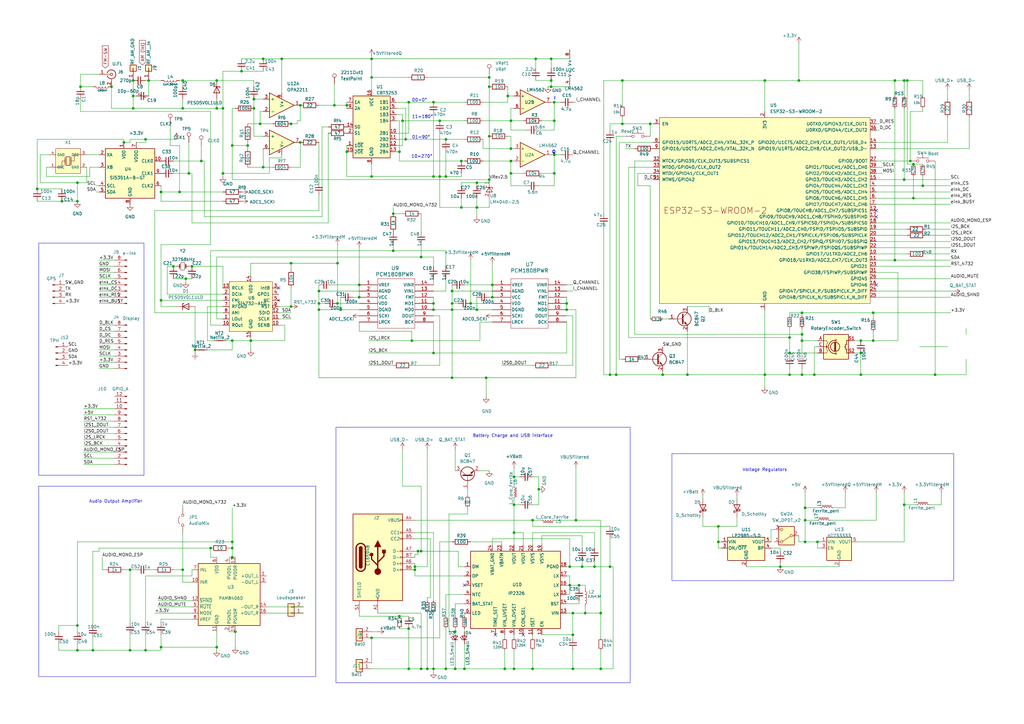
<source format=kicad_sch>
(kicad_sch (version 20250114) (generator "eeschema") (generator_version "9.0")
  (paper "A3")
  (rectangle (start 15.875 99.695) (end 59.055 194.945))
  (rectangle (start 275.59 186.055) (end 391.16 238.125))
  (rectangle (start 15.875 199.39) (end 129.54 277.495))
  (rectangle (start 137.795 175.26) (end 258.445 280.035))
  (text "00=0°" (at 168.91 41.91 0) (effects (font (size 1.27 1.27)) (justify left bottom)))
  (text "Audio Output Amplifier" (at 47.498 205.74 0) (effects (font (size 1.27 1.27))))
  (text "Voltage Regulators\n" (at 313.69 192.786 0) (effects (font (size 1.27 1.27))))
  (text "10=270°" (at 168.656 65.024 0) (effects (font (size 1.27 1.27) (thickness 0.1588)) (justify left bottom)))
  (text "11=180°" (at 168.91 48.768 0) (effects (font (size 1.27 1.27) (thickness 0.1588)) (justify left bottom)))
  (text "I" (at 227.076 41.148 0) (effects (font (size 1.27 1.27) (thickness 0.254) (bold yes)) (justify left bottom)))
  (text "01=90°" (at 168.91 57.15 0) (effects (font (size 1.27 1.27)) (justify left bottom)))
  (text "Battery Charge and USB interface" (at 210.312 178.816 0) (effects (font (size 1.27 1.27))))
  (text "Q" (at 226.314 63.246 0) (effects (font (size 1.27 1.27) (thickness 0.254) (bold yes)) (justify left bottom)))
  (junction (at 233.68 240.03))
  (junction (at 328.93 128.27))
  (junction (at 152.4 261.62))
  (junction (at 185.42 124.46))
  (junction (at 182.88 274.32))
  (junction (at 54.61 39.37))
  (junction (at 163.83 62.23))
  (junction (at 374.65 67.31))
  (junction (at 250.19 232.41))
  (junction (at 130.81 124.46))
  (junction (at 185.42 127))
  (junction (at 240.03 251.46))
  (junction (at 195.58 74.93))
  (junction (at 82.55 66.04))
  (junction (at 170.18 233.68))
  (junction (at 189.23 85.09))
  (junction (at 95.25 59.69))
  (junction (at 378.46 76.2))
  (junction (at 370.84 33.02))
  (junction (at 77.47 71.12))
  (junction (at 383.54 153.67))
  (junction (at 172.72 226.06))
  (junction (at 115.57 24.13))
  (junction (at 137.16 43.18))
  (junction (at 177.8 124.46))
  (junction (at 104.14 40.64))
  (junction (at 200.66 55.88))
  (junction (at 328.93 139.7))
  (junction (at 74.93 44.45))
  (junction (at 166.37 57.15))
  (junction (at 323.85 138.43))
  (junction (at 102.87 139.7))
  (junction (at 367.03 106.68))
  (junction (at 71.12 109.22))
  (junction (at 185.42 154.94))
  (junction (at 91.44 44.45))
  (junction (at 227.33 71.12))
  (junction (at 142.24 43.18))
  (junction (at 237.49 240.03))
  (junction (at 219.71 24.13))
  (junction (at 330.2 222.25))
  (junction (at 234.95 260.35))
  (junction (at 138.43 124.46))
  (junction (at 171.45 226.06))
  (junction (at 195.58 85.09))
  (junction (at 88.9 44.45))
  (junction (at 45.72 35.56))
  (junction (at 255.27 33.02))
  (junction (at 328.93 137.16))
  (junction (at 327.66 33.02))
  (junction (at 25.4 82.55))
  (junction (at 130.81 119.38))
  (junction (at 227.33 41.91))
  (junction (at 177.8 127))
  (junction (at 54.61 44.45))
  (junction (at 59.69 266.7))
  (junction (at 130.81 127))
  (junction (at 313.69 33.02))
  (junction (at 66.04 78.74))
  (junction (at 74.93 33.02))
  (junction (at 252.73 153.67))
  (junction (at 142.24 62.23))
  (junction (at 54.61 33.02))
  (junction (at 107.95 24.13))
  (junction (at 374.65 81.28))
  (junction (at 180.34 49.53))
  (junction (at 353.06 153.67))
  (junction (at 53.34 233.68))
  (junction (at 73.66 78.74))
  (junction (at 66.04 123.19))
  (junction (at 88.9 265.43))
  (junction (at 177.8 274.32))
  (junction (at 201.93 121.92))
  (junction (at 177.8 144.78))
  (junction (at 323.85 153.67))
  (junction (at 234.95 251.46))
  (junction (at 177.8 41.91))
  (junction (at 201.93 116.84))
  (junction (at 80.01 143.51))
  (junction (at 123.19 43.18))
  (junction (at 238.76 232.41))
  (junction (at 119.38 107.95))
  (junction (at 373.38 66.04))
  (junction (at 323.85 144.78))
  (junction (at 185.42 119.38))
  (junction (at 123.19 58.42))
  (junction (at 200.66 31.75))
  (junction (at 210.82 274.32))
  (junction (at 161.29 87.63))
  (junction (at 294.64 222.25))
  (junction (at 236.22 213.36))
  (junction (at 193.04 124.46))
  (junction (at 209.55 66.04))
  (junction (at 119.38 50.8))
  (junction (at 281.94 153.67))
  (junction (at 218.44 274.32))
  (junction (at 294.64 215.9))
  (junction (at 320.04 232.41))
  (junction (at 209.55 60.96))
  (junction (at 152.4 31.75))
  (junction (at 200.66 73.66))
  (junction (at 199.39 154.94))
  (junction (at 233.68 232.41))
  (junction (at 167.64 274.32))
  (junction (at 227.33 49.53))
  (junction (at 163.83 252.73))
  (junction (at 190.5 274.32))
  (junction (at 95.25 224.79))
  (junction (at 96.52 259.08))
  (junction (at 172.72 105.41))
  (junction (at 358.14 128.27))
  (junction (at 353.06 144.78))
  (junction (at 182.88 57.15))
  (junction (at 91.44 71.12))
  (junction (at 226.06 24.13))
  (junction (at 95.25 139.7))
  (junction (at 227.33 63.5))
  (junction (at 147.32 116.84))
  (junction (at 367.03 33.02))
  (junction (at 209.55 49.53))
  (junction (at 107.95 68.58))
  (junction (at 186.69 274.32))
  (junction (at 165.1 49.53))
  (junction (at 207.01 274.32))
  (junction (at 86.36 224.79))
  (junction (at 266.7 50.8))
  (junction (at 59.69 57.15))
  (junction (at 186.69 259.08))
  (junction (at 31.75 82.55))
  (junction (at 15.24 77.47))
  (junction (at 167.64 41.91))
  (junction (at 226.06 33.02))
  (junction (at 38.1 266.7))
  (junction (at 195.58 127))
  (junction (at 209.55 71.12))
  (junction (at 313.69 153.67))
  (junction (at 138.43 107.95))
  (junction (at 208.28 39.37))
  (junction (at 104.14 44.45))
  (junction (at 330.2 208.28))
  (junction (at 95.25 222.25))
  (junction (at 76.2 114.3))
  (junction (at 218.44 213.36))
  (junction (at 246.38 251.46))
  (junction (at 246.38 274.32))
  (junction (at 31.75 74.93))
  (junction (at 33.02 35.56))
  (junction (at 167.64 257.81))
  (junction (at 330.2 213.36))
  (junction (at 334.01 153.67))
  (junction (at 255.27 50.8))
  (junction (at 271.78 153.67))
  (junction (at 370.84 73.66))
  (junction (at 189.23 66.04))
  (junction (at 182.88 72.39))
  (junction (at 250.19 153.67))
  (junction (at 88.9 33.02))
  (junction (at 234.95 274.32))
  (junction (at 200.66 35.56))
  (junction (at 210.82 207.01))
  (junction (at 243.84 232.41))
  (junction (at 210.82 218.44))
  (junction (at 172.72 274.32))
  (junction (at 60.96 33.02))
  (junction (at 328.93 153.67))
  (junction (at 152.4 72.39))
  (junction (at 161.29 102.87))
  (junction (at 175.26 274.32))
  (junction (at 358.14 139.7))
  (junction (at 101.6 59.69))
  (junction (at 168.91 139.7))
  (junction (at 232.41 127))
  (junction (at 119.38 125.73))
  (junction (at 66.04 265.43))
  (junction (at 74.93 233.68))
  (junction (at 78.74 109.22))
  (junction (at 353.06 139.7))
  (junction (at 50.8 58.42))
  (junction (at 147.32 121.92))
  (junction (at 95.25 228.6))
  (junction (at 152.4 24.13))
  (junction (at 370.84 207.01))
  (junction (at 232.41 124.46))
  (junction (at 335.28 222.25))
  (junction (at 226.06 35.56))
  (junction (at 31.75 256.54))
  (junction (at 170.18 232.41))
  (junction (at 139.7 127))
  (junction (at 220.98 200.66))
  (junction (at 99.06 29.21))
  (junction (at 106.68 50.8))
  (junction (at 372.11 33.02))
  (junction (at 180.34 72.39))
  (junction (at 210.82 195.58))
  (junction (at 53.34 266.7))
  (junction (at 177.8 72.39))
  (junction (at 31.75 266.7))
  (no_connect (at 190.5 240.03))
  (no_connect (at 359.41 86.36))
  (no_connect (at 359.41 116.84))
  (no_connect (at 114.3 118.11))
  (no_connect (at 214.63 260.35))
  (no_connect (at 203.2 260.35))
  (no_connect (at 359.41 88.9))
  (wire (pts (xy 104.14 55.88) (xy 104.14 44.45)))
  (wire (pts (xy 45.72 44.45) (xy 54.61 44.45)))
  (wire (pts (xy 73.66 78.74) (xy 91.44 78.74)))
  (wire (pts (xy 34.29 182.88) (xy 46.99 182.88)))
  (wire (pts (xy 50.8 57.15) (xy 50.8 58.42)))
  (wire (pts (xy 92.71 139.7) (xy 95.25 139.7)))
  (wire (pts (xy 34.29 172.72) (xy 46.99 172.72)))
  (wire (pts (xy 186.69 252.73) (xy 186.69 247.65)))
  (wire (pts (xy 281.94 153.67) (xy 313.69 153.67)))
  (wire (pts (xy 167.64 41.91) (xy 162.56 41.91)))
  (wire (pts (xy 116.84 133.35) (xy 116.84 139.7)))
  (wire (pts (xy 200.66 81.28) (xy 200.66 85.09)))
  (wire (pts (xy 210.82 274.32) (xy 218.44 274.32)))
  (wire (pts (xy 359.41 66.04) (xy 373.38 66.04)))
  (wire (pts (xy 71.12 71.12) (xy 77.47 71.12)))
  (wire (pts (xy 137.16 34.29) (xy 137.16 43.18)))
  (wire (pts (xy 15.24 57.15) (xy 50.8 57.15)))
  (wire (pts (xy 209.55 55.88) (xy 209.55 60.96)))
  (wire (pts (xy 234.95 116.84) (xy 232.41 116.84)))
  (wire (pts (xy 240.03 251.46) (xy 246.38 251.46)))
  (wire (pts (xy 78.74 238.76) (xy 74.93 238.76)))
  (wire (pts (xy 370.84 33.02) (xy 372.11 33.02)))
  (wire (pts (xy 255.27 48.26) (xy 255.27 50.8)))
  (wire (pts (xy 76.2 114.3) (xy 78.74 114.3)))
  (wire (pts (xy 15.24 77.47) (xy 15.24 57.15)))
  (wire (pts (xy 208.28 55.88) (xy 209.55 55.88)))
  (wire (pts (xy 71.12 233.68) (xy 74.93 233.68)))
  (wire (pts (xy 220.98 53.34) (xy 227.33 53.34)))
  (wire (pts (xy 294.64 222.25) (xy 295.91 222.25)))
  (wire (pts (xy 316.23 224.79) (xy 320.04 224.79)))
  (wire (pts (xy 166.37 44.45) (xy 162.56 44.45)))
  (wire (pts (xy 374.65 67.31) (xy 372.11 67.31)))
  (wire (pts (xy 238.76 229.87) (xy 238.76 232.41)))
  (wire (pts (xy 172.72 87.63) (xy 172.72 95.25)))
  (wire (pts (xy 257.81 138.43) (xy 323.85 138.43)))
  (wire (pts (xy 397.51 60.96) (xy 397.51 48.26)))
  (wire (pts (xy 66.04 100.33) (xy 66.04 123.19)))
  (wire (pts (xy 95.25 59.69) (xy 101.6 59.69)))
  (wire (pts (xy 313.69 33.02) (xy 313.69 45.72)))
  (wire (pts (xy 76.2 114.3) (xy 76.2 115.57)))
  (wire (pts (xy 195.58 74.93) (xy 200.66 74.93)))
  (wire (pts (xy 83.82 66.04) (xy 83.82 88.9)))
  (wire (pts (xy 330.2 222.25) (xy 335.28 222.25)))
  (wire (pts (xy 77.47 71.12) (xy 78.74 71.12)))
  (wire (pts (xy 359.41 78.74) (xy 389.89 78.74)))
  (wire (pts (xy 180.34 222.25) (xy 185.42 222.25)))
  (wire (pts (xy 107.95 68.58) (xy 111.76 68.58)))
  (wire (pts (xy 182.88 57.15) (xy 190.5 57.15)))
  (wire (pts (xy 134.62 54.61) (xy 134.62 91.44)))
  (wire (pts (xy 118.11 50.8) (xy 119.38 50.8)))
  (wire (pts (xy 35.56 63.5) (xy 40.64 63.5)))
  (wire (pts (xy 328.93 134.62) (xy 328.93 137.16)))
  (wire (pts (xy 359.41 213.36) (xy 359.41 201.93)))
  (wire (pts (xy 40.64 106.68) (xy 46.99 106.68)))
  (wire (pts (xy 334.01 153.67) (xy 353.06 153.67)))
  (wire (pts (xy 71.12 109.22) (xy 68.58 109.22)))
  (wire (pts (xy 177.8 251.46) (xy 177.8 274.32)))
  (wire (pts (xy 73.66 59.69) (xy 73.66 78.74)))
  (wire (pts (xy 294.64 224.79) (xy 294.64 222.25)))
  (wire (pts (xy 281.94 135.89) (xy 281.94 153.67)))
  (wire (pts (xy 91.44 109.22) (xy 91.44 118.11)))
  (wire (pts (xy 377.19 142.24) (xy 388.62 142.24)))
  (wire (pts (xy 40.64 135.89) (xy 46.99 135.89)))
  (wire (pts (xy 86.36 228.6) (xy 88.9 228.6)))
  (wire (pts (xy 71.12 109.22) (xy 72.39 109.22)))
  (wire (pts (xy 359.41 114.3) (xy 389.89 114.3)))
  (wire (pts (xy 116.84 133.35) (xy 114.3 133.35)))
  (wire (pts (xy 186.69 257.81) (xy 186.69 259.08)))
  (wire (pts (xy 177.8 144.78) (xy 232.41 144.78)))
  (wire (pts (xy 33.02 45.72) (xy 33.02 40.64)))
  (wire (pts (xy 59.69 236.22) (xy 59.69 255.27)))
  (wire (pts (xy 201.93 127) (xy 195.58 127)))
  (wire (pts (xy 163.83 66.04) (xy 189.23 66.04)))
  (wire (pts (xy 320.04 232.41) (xy 306.07 232.41)))
  (wire (pts (xy 68.58 109.22) (xy 68.58 120.65)))
  (wire (pts (xy 243.84 232.41) (xy 250.19 232.41)))
  (wire (pts (xy 66.04 82.55) (xy 66.04 78.74)))
  (wire (pts (xy 233.68 24.13) (xy 233.68 20.32)))
  (wire (pts (xy 40.64 121.92) (xy 46.99 121.92)))
  (wire (pts (xy 210.82 195.58) (xy 210.82 199.39)))
  (wire (pts (xy 302.26 203.2) (xy 302.26 204.47)))
  (wire (pts (xy 165.1 59.69) (xy 165.1 49.53)))
  (wire (pts (xy 54.61 39.37) (xy 54.61 44.45)))
  (wire (pts (xy 328.93 128.27) (xy 328.93 129.54)))
  (wire (pts (xy 115.57 24.13) (xy 152.4 24.13)))
  (wire (pts (xy 176.53 220.98) (xy 176.53 245.11)))
  (wire (pts (xy 372.11 33.02) (xy 378.46 33.02)))
  (wire (pts (xy 323.85 151.13) (xy 323.85 153.67)))
  (wire (pts (xy 267.97 58.42) (xy 254 58.42)))
  (wire (pts (xy 220.98 200.66) (xy 220.98 195.58)))
  (wire (pts (xy 209.55 71.12) (xy 214.63 71.12)))
  (wire (pts (xy 396.24 147.32) (xy 396.24 153.67)))
  (wire (pts (xy 168.91 149.86) (xy 180.34 149.86)))
  (wire (pts (xy 195.58 76.2) (xy 195.58 74.93)))
  (wire (pts (xy 193.04 124.46) (xy 201.93 124.46)))
  (wire (pts (xy 170.18 213.36) (xy 218.44 213.36)))
  (wire (pts (xy 214.63 223.52) (xy 214.63 218.44)))
  (wire (pts (xy 40.64 119.38) (xy 46.99 119.38)))
  (wire (pts (xy 198.12 60.96) (xy 209.55 60.96)))
  (wire (pts (xy 234.95 260.35) (xy 234.95 261.62)))
  (wire (pts (xy 260.35 137.16) (xy 328.93 137.16)))
  (wire (pts (xy 95.25 228.6) (xy 96.52 228.6)))
  (wire (pts (xy 161.29 102.87) (xy 182.88 102.87)))
  (wire (pts (xy 350.52 139.7) (xy 353.06 139.7)))
  (wire (pts (xy 237.49 240.03) (xy 240.03 240.03)))
  (wire (pts (xy 95.25 44.45) (xy 95.25 59.69)))
  (wire (pts (xy 40.64 143.51) (xy 46.99 143.51)))
  (wire (pts (xy 59.69 57.15) (xy 72.39 57.15)))
  (wire (pts (xy 182.88 243.84) (xy 190.5 243.84)))
  (wire (pts (xy 386.08 201.93) (xy 386.08 207.01)))
  (wire (pts (xy 313.69 127) (xy 313.69 153.67)))
  (wire (pts (xy 88.9 44.45) (xy 91.44 44.45)))
  (wire (pts (xy 40.64 133.35) (xy 46.99 133.35)))
  (wire (pts (xy 236.22 213.36) (xy 246.38 213.36)))
  (wire (pts (xy 218.44 207.01) (xy 220.98 207.01)))
  (wire (pts (xy 222.25 223.52) (xy 222.25 219.71)))
  (wire (pts (xy 95.25 59.69) (xy 95.25 73.66)))
  (wire (pts (xy 165.1 49.53) (xy 180.34 49.53)))
  (wire (pts (xy 60.96 33.02) (xy 66.04 33.02)))
  (wire (pts (xy 353.06 139.7) (xy 358.14 139.7)))
  (wire (pts (xy 82.55 59.69) (xy 82.55 66.04)))
  (wire (pts (xy 130.81 124.46) (xy 133.35 124.46)))
  (wire (pts (xy 95.25 224.79) (xy 95.25 228.6)))
  (wire (pts (xy 34.29 167.64) (xy 46.99 167.64)))
  (wire (pts (xy 246.38 266.7) (xy 246.38 274.32)))
  (wire (pts (xy 182.88 274.32) (xy 186.69 274.32)))
  (wire (pts (xy 359.41 53.34) (xy 360.68 53.34)))
  (wire (pts (xy 40.64 146.05) (xy 46.99 146.05)))
  (wire (pts (xy 240.03 248.92) (xy 240.03 251.46)))
  (wire (pts (xy 189.23 71.12) (xy 189.23 72.39)))
  (wire (pts (xy 288.29 215.9) (xy 294.64 215.9)))
  (wire (pts (xy 232.41 124.46) (xy 232.41 127)))
  (wire (pts (xy 195.58 81.28) (xy 195.58 85.09)))
  (wire (pts (xy 74.93 33.02) (xy 88.9 33.02)))
  (wire (pts (xy 33.02 35.56) (xy 38.1 35.56)))
  (wire (pts (xy 190.5 264.16) (xy 190.5 274.32)))
  (wire (pts (xy 104.14 44.45) (xy 104.14 40.64)))
  (wire (pts (xy 177.8 132.08) (xy 177.8 144.78)))
  (wire (pts (xy 147.32 101.6) (xy 147.32 116.84)))
  (wire (pts (xy 335.28 224.79) (xy 335.28 222.25)))
  (wire (pts (xy 69.85 59.69) (xy 73.66 59.69)))
  (wire (pts (xy 25.4 77.47) (xy 15.24 77.47)))
  (wire (pts (xy 209.55 53.34) (xy 209.55 49.53)))
  (wire (pts (xy 328.93 128.27) (xy 358.14 128.27)))
  (wire (pts (xy 130.81 154.94) (xy 185.42 154.94)))
  (wire (pts (xy 83.82 88.9) (xy 132.08 88.9)))
  (wire (pts (xy 367.03 33.02) (xy 367.03 39.37)))
  (wire (pts (xy 359.41 106.68) (xy 367.03 106.68)))
  (wire (pts (xy 330.2 208.28) (xy 330.2 213.36)))
  (wire (pts (xy 190.5 116.84) (xy 201.93 116.84)))
  (wire (pts (xy 63.5 128.27) (xy 91.44 128.27)))
  (wire (pts (xy 370.84 207.01) (xy 370.84 222.25)))
  (wire (pts (xy 107.95 60.96) (xy 107.95 68.58)))
  (wire (pts (xy 233.68 243.84) (xy 232.41 243.84)))
  (wire (pts (xy 34.29 180.34) (xy 46.99 180.34)))
  (wire (pts (xy 130.81 124.46) (xy 130.81 127)))
  (wire (pts (xy 88.9 33.02) (xy 88.9 34.29)))
  (wire (pts (xy 341.63 208.28) (xy 346.71 208.28)))
  (wire (pts (xy 78.74 91.44) (xy 134.62 91.44)))
  (wire (pts (xy 201.93 116.84) (xy 201.93 121.92)))
  (wire (pts (xy 31.75 74.93) (xy 31.75 82.55)))
  (wire (pts (xy 190.5 232.41) (xy 187.96 232.41)))
  (wire (pts (xy 101.6 60.96) (xy 101.6 59.69)))
  (wire (pts (xy 95.25 73.66) (xy 200.66 73.66)))
  (wire (pts (xy 210.82 266.7) (xy 210.82 274.32)))
  (wire (pts (xy 370.84 73.66) (xy 389.89 73.66)))
  (wire (pts (xy 162.56 57.15) (xy 166.37 57.15)))
  (wire (pts (xy 172.72 199.39) (xy 172.72 226.06)))
  (wire (pts (xy 107.95 55.88) (xy 104.14 55.88)))
  (wire (pts (xy 359.41 50.8) (xy 360.68 50.8)))
  (wire (pts (xy 229.87 63.5) (xy 227.33 63.5)))
  (wire (pts (xy 294.64 222.25) (xy 294.64 215.9)))
  (wire (pts (xy 370.84 33.02) (xy 370.84 39.37)))
  (wire (pts (xy 260.35 137.16) (xy 260.35 66.04)))
  (wire (pts (xy 41.91 233.68) (xy 43.18 233.68)))
  (wire (pts (xy 24.13 264.16) (xy 24.13 266.7)))
  (wire (pts (xy 161.29 85.09) (xy 161.29 87.63)))
  (wire (pts (xy 130.81 119.38) (xy 130.81 124.46)))
  (wire (pts (xy 34.29 175.26) (xy 46.99 175.26)))
  (wire (pts (xy 359.41 73.66) (xy 370.84 73.66)))
  (wire (pts (xy 378.46 45.72) (xy 378.46 44.45)))
  (wire (pts (xy 119.38 128.27) (xy 114.3 128.27)))
  (wire (pts (xy 135.89 116.84) (xy 147.32 116.84)))
  (wire (pts (xy 175.26 31.75) (xy 200.66 31.75)))
  (wire (pts (xy 175.26 245.11) (xy 176.53 245.11)))
  (wire (pts (xy 172.72 251.46) (xy 172.72 274.32)))
  (wire (pts (xy 177.8 274.32) (xy 182.88 274.32)))
  (wire (pts (xy 227.33 41.91) (xy 227.33 49.53)))
  (wire (pts (xy 323.85 134.62) (xy 323.85 138.43)))
  (wire (pts (xy 358.14 139.7) (xy 368.3 139.7)))
  (wire (pts (xy 134.62 52.07) (xy 132.08 52.07)))
  (wire (pts (xy 182.88 243.84) (xy 182.88 252.73)))
  (wire (pts (xy 323.85 128.27) (xy 328.93 128.27)))
  (wire (pts (xy 368.3 139.7) (xy 368.3 111.76)))
  (wire (pts (xy 220.98 207.01) (xy 220.98 200.66)))
  (wire (pts (xy 91.44 29.21) (xy 99.06 29.21)))
  (wire (pts (xy 106.68 50.8) (xy 101.6 50.8)))
  (wire (pts (xy 198.12 41.91) (xy 208.28 41.91)))
  (wire (pts (xy 172.72 251.46) (xy 154.94 251.46)))
  (wire (pts (xy 152.4 24.13) (xy 152.4 31.75)))
  (wire (pts (xy 184.15 259.08) (xy 186.69 259.08)))
  (wire (pts (xy 130.81 116.84) (xy 130.81 119.38)))
  (wire (pts (xy 209.55 44.45) (xy 209.55 49.53)))
  (wire (pts (xy 234.95 251.46) (xy 240.03 251.46)))
  (wire (pts (xy 246.38 251.46) (xy 246.38 261.62)))
  (wire (pts (xy 152.4 31.75) (xy 152.4 36.83)))
  (wire (pts (xy 53.34 57.15) (xy 59.69 57.15)))
  (wire (pts (xy 16.51 74.93) (xy 31.75 74.93)))
  (wire (pts (xy 323.85 144.78) (xy 323.85 146.05)))
  (wire (pts (xy 359.41 101.6) (xy 389.89 101.6)))
  (wire (pts (xy 107.95 24.13) (xy 115.57 24.13)))
  (wire (pts (xy 55.88 58.42) (xy 59.69 58.42)))
  (wire (pts (xy 54.61 44.45) (xy 74.93 44.45)))
  (wire (pts (xy 165.1 49.53) (xy 165.1 46.99)))
  (wire (pts (xy 170.18 233.68) (xy 170.18 236.22)))
  (wire (pts (xy 302.26 212.09) (xy 302.26 215.9)))
  (wire (pts (xy 359.41 96.52) (xy 372.11 96.52)))
  (wire (pts (xy 200.66 85.09) (xy 195.58 85.09)))
  (wire (pts (xy 254 147.32) (xy 255.27 147.32)))
  (wire (pts (xy 359.41 119.38) (xy 391.16 119.38)))
  (wire (pts (xy 182.88 114.3) (xy 182.88 119.38)))
  (wire (pts (xy 86.36 45.72) (xy 86.36 100.33)))
  (wire (pts (xy 378.46 76.2) (xy 389.89 76.2)))
  (wire (pts (xy 130.81 43.18) (xy 137.16 43.18)))
  (wire (pts (xy 138.43 107.95) (xy 138.43 124.46)))
  (wire (pts (xy 232.41 127) (xy 236.22 127)))
  (wire (pts (xy 281.94 125.73) (xy 290.83 125.73)))
  (wire (pts (xy 185.42 124.46) (xy 185.42 127)))
  (wire (pts (xy 177.8 114.3) (xy 177.8 116.84)))
  (wire (pts (xy 161.29 87.63) (xy 165.1 87.63)))
  (wire (pts (xy 95.25 143.51) (xy 95.25 139.7)))
  (wire (pts (xy 257.81 68.58) (xy 267.97 68.58)))
  (wire (pts (xy 16.51 63.5) (xy 16.51 74.93)))
  (wire (pts (xy 175.26 245.11) (xy 175.26 246.38)))
  (wire (pts (xy 397.51 36.83) (xy 397.51 40.64)))
  (wire (pts (xy 316.23 222.25) (xy 316.23 217.17)))
  (wire (pts (xy 261.62 76.2) (xy 261.62 71.12)))
  (wire (pts (xy 359.41 93.98) (xy 372.11 93.98)))
  (wire (pts (xy 119.38 118.11) (xy 119.38 125.73)))
  (wire (pts (xy 374.65 81.28) (xy 389.89 81.28)))
  (wire (pts (xy 226.06 63.5) (xy 227.33 63.5)))
  (wire (pts (xy 198.12 66.04) (xy 209.55 66.04)))
  (wire (pts (xy 201.93 223.52) (xy 201.93 220.98)))
  (wire (pts (xy 358.14 135.89) (xy 358.14 139.7)))
  (wire (pts (xy 236.22 191.77) (xy 236.22 213.36)))
  (wire (pts (xy 170.18 227.33) (xy 171.45 227.33)))
  (wire (pts (xy 101.6 58.42) (xy 101.6 59.69)))
  (wire (pts (xy 198.12 49.53) (xy 209.55 49.53)))
  (wire (pts (xy 350.52 144.78) (xy 353.06 144.78)))
  (wire (pts (xy 222.25 260.35) (xy 234.95 260.35)))
  (wire (pts (xy 151.13 139.7) (xy 168.91 139.7)))
  (wire (pts (xy 88.9 259.08) (xy 88.9 265.43)))
  (wire (pts (xy 359.41 104.14) (xy 372.11 104.14)))
  (wire (pts (xy 266.7 130.81) (xy 266.7 76.2)))
  (wire (pts (xy 119.38 50.8) (xy 121.92 50.8)))
  (wire (pts (xy 237.49 247.65) (xy 232.41 247.65)))
  (wire (pts (xy 226.06 35.56) (xy 233.68 35.56)))
  (wire (pts (xy 335.28 222.25) (xy 336.55 222.25)))
  (wire (pts (xy 182.88 72.39) (xy 189.23 72.39)))
  (wire (pts (xy 323.85 129.54) (xy 323.85 128.27)))
  (wire (pts (xy 271.78 153.67) (xy 281.94 153.67)))
  (wire (pts (xy 172.72 105.41) (xy 177.8 105.41)))
  (wire (pts (xy 115.57 64.77) (xy 110.49 64.77)))
  (wire (pts (xy 302.26 215.9) (xy 294.64 215.9)))
  (wire (pts (xy 152.4 67.31) (xy 152.4 72.39)))
  (wire (pts (xy 91.44 29.21) (xy 91.44 44.45)))
  (wire (pts (xy 378.46 45.72) (xy 373.38 45.72)))
  (wire (pts (xy 246.38 213.36) (xy 246.38 251.46)))
  (wire (pts (xy 250.19 215.9) (xy 218.44 215.9)))
  (wire (pts (xy 162.56 54.61) (xy 167.64 54.61)))
  (wire (pts (xy 71.12 114.3) (xy 76.2 114.3)))
  (wire (pts (xy 200.66 30.48) (xy 200.66 31.75)))
  (wire (pts (xy 102.87 107.95) (xy 102.87 113.03)))
  (wire (pts (xy 209.55 49.53) (xy 214.63 49.53)))
  (wire (pts (xy 139.7 127) (xy 147.32 127)))
  (wire (pts (xy 210.82 260.35) (xy 210.82 261.62)))
  (wire (pts (xy 237.49 240.03) (xy 237.49 241.3)))
  (wire (pts (xy 205.74 223.52) (xy 205.74 222.25)))
  (wire (pts (xy 177.8 127) (xy 185.42 127)))
  (wire (pts (xy 165.1 46.99) (xy 162.56 46.99)))
  (wire (pts (xy 238.76 232.41) (xy 243.84 232.41)))
  (wire (pts (xy 72.39 125.73) (xy 66.04 125.73)))
  (wire (pts (xy 95.25 44.45) (xy 96.52 44.45)))
  (wire (pts (xy 191.77 200.66) (xy 191.77 203.2)))
  (wire (pts (xy 210.82 207.01) (xy 213.36 207.01)))
  (wire (pts (xy 170.18 232.41) (xy 170.18 233.68)))
  (wire (pts (xy 226.06 24.13) (xy 226.06 27.94)))
  (wire (pts (xy 260.35 66.04) (xy 267.97 66.04)))
  (wire (pts (xy 218.44 215.9) (xy 218.44 213.36)))
  (wire (pts (xy 252.73 153.67) (xy 271.78 153.67)))
  (wire (pts (xy 152.4 259.08) (xy 154.94 259.08)))
  (wire (pts (xy 200.66 74.93) (xy 200.66 73.66)))
  (wire (pts (xy 189.23 85.09) (xy 195.58 85.09)))
  (wire (pts (xy 226.06 33.02) (xy 226.06 35.56)))
  (wire (pts (xy 152.4 24.13) (xy 219.71 24.13)))
  (wire (pts (xy 176.53 220.98) (xy 170.18 220.98)))
  (wire (pts (xy 95.25 208.28) (xy 95.25 222.25)))
  (wire (pts (xy 359.41 71.12) (xy 361.95 71.12)))
  (wire (pts (xy 31.75 74.93) (xy 35.56 74.93)))
  (wire (pts (xy 66.04 265.43) (xy 88.9 265.43)))
  (wire (pts (xy 167.64 54.61) (xy 167.64 41.91)))
  (wire (pts (xy 147.32 252.73) (xy 163.83 252.73)))
  (wire (pts (xy 74.93 33.02) (xy 74.93 35.56)))
  (wire (pts (xy 80.01 143.51) (xy 80.01 144.78)))
  (wire (pts (xy 31.75 266.7) (xy 38.1 266.7)))
  (wire (pts (xy 95.25 139.7) (xy 102.87 139.7)))
  (wire (pts (xy 40.64 224.79) (xy 86.36 224.79)))
  (wire (pts (xy 255.27 33.02) (xy 255.27 43.18)))
  (wire (pts (xy 175.26 232.41) (xy 170.18 232.41)))
  (wire (pts (xy 232.41 119.38) (xy 234.95 119.38)))
  (wire (pts (xy 82.55 66.04) (xy 83.82 66.04)))
  (wire (pts (xy 359.41 68.58) (xy 361.95 68.58)))
  (wire (pts (xy 172.72 100.33) (xy 172.72 105.41)))
  (wire (pts (xy 93.98 228.6) (xy 95.25 228.6)))
  (wire (pts (xy 271.78 130.81) (xy 274.32 130.81)))
  (wire (pts (xy 130.81 119.38) (xy 147.32 119.38)))
  (wire (pts (xy 115.57 63.5) (xy 115.57 64.77)))
  (wire (pts (xy 162.56 62.23) (xy 163.83 62.23)))
  (wire (pts (xy 121.92 50.8) (xy 121.92 49.53)))
  (wire (pts (xy 255.27 33.02) (xy 313.69 33.02)))
  (wire (pts (xy 224.79 35.56) (xy 226.06 35.56)))
  (wire (pts (xy 327.66 17.78) (xy 327.66 33.02)))
  (wire (pts (xy 256.54 60.96) (xy 260.35 60.96)))
  (wire (pts (xy 218.44 266.7) (xy 218.44 274.32)))
  (wire (pts (xy 186.69 184.15) (xy 186.69 193.04)))
  (wire (pts (xy 63.5 251.46) (xy 78.74 251.46)))
  (wire (pts (xy 34.29 170.18) (xy 46.99 170.18)))
  (wire (pts (xy 264.16 73.66) (xy 267.97 73.66)))
  (wire (pts (xy 39.37 78.74) (xy 40.64 78.74)))
  (wire (pts (xy 40.64 151.13) (xy 46.99 151.13)))
  (wire (pts (xy 59.69 260.35) (xy 59.69 266.7)))
  (wire (pts (xy 233.68 236.22) (xy 233.68 240.03)))
  (wire (pts (xy 91.44 71.12) (xy 110.49 71.12)))
  (wire (pts (xy 210.82 218.44) (xy 214.63 218.44)))
  (wire (pts (xy 334.01 142.24) (xy 334.01 153.67)))
  (wire (pts (xy 172.72 274.32) (xy 175.26 274.32)))
  (wire (pts (xy 187.96 232.41) (xy 187.96 226.06)))
  (wire (pts (xy 243.84 224.79) (xy 243.84 218.44)))
  (wire (pts (xy 147.32 121.92) (xy 144.78 121.92)))
  (wire (pts (xy 142.24 43.18) (xy 142.24 44.45)))
  (wire (pts (xy 85.09 125.73) (xy 91.44 125.73)))
  (wire (pts (xy 210.82 191.77) (xy 210.82 195.58)))
  (wire (pts (xy 53.34 58.42) (xy 53.34 57.15)))
  (wire (pts (xy 327.66 222.25) (xy 330.2 222.25)))
  (wire (pts (xy 15.24 82.55) (xy 25.4 82.55)))
  (wire (pts (xy 142.24 59.69) (xy 142.24 62.23)))
  (wire (pts (xy 96.52 259.08) (xy 96.52 265.43)))
  (wire (pts (xy 20.32 63.5) (xy 16.51 63.5)))
  (wire (pts (xy 66.04 125.73) (xy 66.04 123.19)))
  (wire (pts (xy 163.83 257.81) (xy 167.64 257.81)))
  (wire (pts (xy 358.14 128.27) (xy 358.14 130.81)))
  (wire (pts (xy 185.42 116.84) (xy 185.42 119.38)))
  (wire (pts (xy 218.44 218.44) (xy 218.44 223.52)))
  (wire (pts (xy 54.61 33.02) (xy 54.61 39.37)))
  (wire (pts (xy 162.56 59.69) (xy 165.1 59.69)))
  (wire (pts (xy 330.2 213.36) (xy 330.2 222.25)))
  (wire (pts (xy 209.55 71.12) (xy 209.55 76.2)))
  (wire (pts (xy 336.55 224.79) (xy 335.28 224.79)))
  (wire (pts (xy 359.41 121.92) (xy 389.89 121.92)))
  (wire (pts (xy 359.41 60.96) (xy 397.51 60.96)))
  (wire (pts (xy 266.7 76.2) (xy 261.62 76.2)))
  (wire (pts (xy 200.66 31.75) (xy 200.66 35.56)))
  (wire (pts (xy 313.69 153.67) (xy 313.69 158.75)))
  (wire (pts (xy 200.66 35.56) (xy 200.66 55.88)))
  (wire (pts (xy 266.7 55.88) (xy 266.7 50.8)))
  (wire (pts (xy 88.9 265.43) (xy 88.9 266.7)))
  (wire (pts (xy 31.75 222.25) (xy 95.25 222.25)))
  (wire (pts (xy 379.73 96.52) (xy 389.89 96.52)))
  (wire (pts (xy 109.22 251.46) (xy 124.46 251.46)))
  (wire (pts (xy 252.73 55.88) (xy 256.54 55.88)))
  (wire (pts (xy 220.98 195.58) (xy 218.44 195.58)))
  (wire (pts (xy 119.38 68.58) (xy 123.19 68.58)))
  (wire (pts (xy 232.41 129.54) (xy 234.95 129.54)))
  (wire (pts (xy 74.93 238.76) (xy 74.93 233.68)))
  (wire (pts (xy 142.24 41.91) (xy 142.24 43.18)))
  (wire (pts (xy 102.87 107.95) (xy 119.38 107.95)))
  (wire (pts (xy 130.81 86.36) (xy 63.5 86.36)))
  (wire (pts (xy 190.5 274.32) (xy 207.01 274.32)))
  (wire (pts (xy 130.81 127) (xy 130.81 154.94)))
  (wire (pts (xy 177.8 119.38) (xy 182.88 119.38)))
  (wire (pts (xy 227.33 76.2) (xy 227.33 71.12)))
  (wire (pts (xy 130.81 58.42) (xy 130.81 74.93)))
  (wire (pts (xy 168.91 139.7) (xy 196.85 139.7)))
  (wire (pts (xy 185.42 127) (xy 185.42 154.94)))
  (wire (pts (xy 247.65 33.02) (xy 247.65 87.63)))
  (wire (pts (xy 185.42 119.38) (xy 185.42 124.46)))
  (wire (pts (xy 107.95 45.72) (xy 106.68 45.72)))
  (wire (pts (xy 40.64 109.22) (xy 46.99 109.22)))
  (wire (pts (xy 328.93 139.7) (xy 335.28 139.7)))
  (wire (pts (xy 232.41 232.41) (xy 233.68 232.41)))
  (wire (pts (xy 247.65 153.67) (xy 250.19 153.67)))
  (wire (pts (xy 109.22 248.92) (xy 124.46 248.92)))
  (wire (pts (xy 170.18 226.06) (xy 171.45 226.06)))
  (wire (pts (xy 372.11 67.31) (xy 372.11 33.02)))
  (wire (pts (xy 200.66 55.88) (xy 200.66 73.66)))
  (wire (pts (xy 189.23 74.93) (xy 195.58 74.93)))
  (wire (pts (xy 104.14 33.02) (xy 104.14 35.56)))
  (wire (pts (xy 327.66 33.02) (xy 367.03 33.02)))
  (wire (pts (xy 367.03 33.02) (xy 370.84 33.02)))
  (wire (pts (xy 370.84 201.93) (xy 370.84 207.01)))
  (wire (pts (xy 99.06 24.13) (xy 107.95 24.13)))
  (wire (pts (xy 182.88 257.81) (xy 182.88 274.32)))
  (wire (pts (xy 255.27 50.8) (xy 250.19 50.8)))
  (wire (pts (xy 222.25 219.71) (xy 238.76 219.71)))
  (wire (pts (xy 252.73 55.88) (xy 252.73 153.67)))
  (wire (pts (xy 234.95 266.7) (xy 234.95 274.32)))
  (wire (pts (xy 232.41 132.08) (xy 232.41 144.78)))
  (wire (pts (xy 236.22 127) (xy 236.22 154.94)))
  (wire (pts (xy 195.58 127) (xy 185.42 127)))
  (wire (pts (xy 193.04 106.68) (xy 193.04 124.46)))
  (wire (pts (xy 19.05 72.39) (xy 36.83 72.39)))
  (wire (pts (xy 247.65 33.02) (xy 255.27 33.02)))
  (wire (pts (xy 236.22 154.94) (xy 199.39 154.94)))
  (wire (pts (xy 205.74 222.25) (xy 193.04 222.25)))
  (wire (pts (xy 210.82 204.47) (xy 210.82 207.01)))
  (wire (pts (xy 358.14 128.27) (xy 389.89 128.27)))
  (wire (pts (xy 152.4 22.86) (xy 152.4 24.13)))
  (wire (pts (xy 238.76 219.71) (xy 238.76 224.79)))
  (wire (pts (xy 189.23 85.09) (xy 180.34 85.09)))
  (wire (pts (xy 40.64 148.59) (xy 46.99 148.59)))
  (wire (pts (xy 78.74 233.68) (xy 78.74 236.22)))
  (wire (pts (xy 34.29 185.42) (xy 46.99 185.42)))
  (wire (pts (xy 346.71 208.28) (xy 346.71 201.93)))
  (wire (pts (xy 86.36 224.79) (xy 86.36 228.6)))
  (wire (pts (xy 199.39 154.94) (xy 199.39 162.56)))
  (wire (pts (xy 91.44 44.45) (xy 91.44 71.12)))
  (wire (pts (xy 50.8 233.68) (xy 53.34 233.68)))
  (wire (pts (xy 316.23 217.17) (xy 317.5 217.17)))
  (wire (pts (xy 218.44 218.44) (xy 243.84 218.44)))
  (wire (pts (xy 152.4 274.32) (xy 167.64 274.32)))
  (wire (pts (xy 165.1 184.15) (xy 165.1 199.39)))
  (wire (pts (xy 367.03 44.45) (xy 367.03 106.68)))
  (wire (pts (xy 31.75 259.08) (xy 31.75 256.54)))
  (wire (pts (xy 353.06 153.67) (xy 383.54 153.67)))
  (wire (pts (xy 186.69 247.65) (xy 190.5 247.65)))
  (wire (pts (xy 25.4 82.55) (xy 31.75 82.55)))
  (wire (pts (xy 388.62 48.26) (xy 388.62 58.42)))
  (wire (pts (xy 86.36 102.87) (xy 86.36 133.35)))
  (wire (pts (xy 86.36 133.35) (xy 91.44 133.35)))
  (wire (pts (xy 177.8 129.54) (xy 180.34 129.54)))
  (wire (pts (xy 104.14 40.64) (xy 107.95 40.64)))
  (wire (pts (xy 93.98 224.79) (xy 95.25 224.79)))
  (wire (pts (xy 177.8 41.91) (xy 190.5 41.91)))
  (wire (pts (xy 185.42 119.38) (xy 201.93 119.38)))
  (wire (pts (xy 250.19 232.41) (xy 251.46 232.41)))
  (wire (pts (xy 246.38 274.32) (xy 251.46 274.32)))
  (wire (pts (xy 195.58 121.92) (xy 195.58 127)))
  (wire (pts (xy 261.62 71.12) (xy 267.97 71.12)))
  (wire (pts (xy 38.1 256.54) (xy 38.1 226.06)))
  (wire (pts (xy 254 58.42) (xy 254 147.32)))
  (wire (pts (xy 200.66 121.92) (xy 201.93 121.92)))
  (wire (pts (xy 40.64 138.43) (xy 46.99 138.43)))
  (wire (pts (xy 182.88 102.87) (xy 182.88 109.22)))
  (wire (pts (xy 209.55 60.96) (xy 210.82 60.96)))
  (wire (pts (xy 201.93 220.98) (xy 233.68 220.98)))
  (wire (pts (xy 232.41 121.92) (xy 232.41 124.46)))
  (wire (pts (xy 271.78 152.4) (xy 271.78 153.67)))
  (wire (pts (xy 33.02 30.48) (xy 33.02 35.56)))
  (wire (pts (xy 219.71 24.13) (xy 219.71 27.94)))
  (wire (pts (xy 69.85 50.8) (xy 69.85 59.69)))
  (wire (pts (xy 323.85 144.78) (xy 335.28 144.78)))
  (wire (pts (xy 186.69 274.32) (xy 190.5 274.32)))
  (wire (pts (xy 177.8 72.39) (xy 180.34 72.39)))
  (wire (pts (xy 19.05 68.58) (xy 19.05 72.39)))
  (wire (pts (xy 180.34 129.54) (xy 180.34 149.86)))
  (wire (pts (xy 99.06 29.21) (xy 107.95 29.21)))
  (wire (pts (xy 142.24 72.39) (xy 152.4 72.39)))
  (wire (pts (xy 40.64 114.3) (xy 46.99 114.3)))
  (wire (pts (xy 38.1 261.62) (xy 38.1 266.7)))
  (wire (pts (xy 184.15 210.82) (xy 184.15 259.08)))
  (wire (pts (xy 359.41 91.44) (xy 389.89 91.44)))
  (wire (pts (xy 177.8 218.44) (xy 177.8 246.38)))
  (wire (pts (xy 330.2 208.28) (xy 336.55 208.28)))
  (wire (pts (xy 250.19 58.42) (xy 250.19 153.67)))
  (wire (pts (xy 177.8 121.92) (xy 177.8 124.46)))
  (wire (pts (xy 119.38 107.95) (xy 119.38 110.49)))
  (wire (pts (xy 208.28 35.56) (xy 208.28 39.37)))
  (wire (pts (xy 33.02 30.48) (xy 40.64 30.48)))
  (wire (pts (xy 60.96 33.02) (xy 60.96 39.37)))
  (wire (pts (xy 233.68 220.98) (xy 233.68 232.41)))
  (wire (pts (xy 210.82 223.52) (xy 210.82 218.44)))
  (wire (pts (xy 233.68 232.41) (xy 238.76 232.41)))
  (wire (pts (xy 88.9 105.41) (xy 88.9 130.81)))
  (wire (pts (xy 208.28 39.37) (xy 210.82 39.37)))
  (wire (pts (xy 36.83 68.58) (xy 40.64 68.58)))
  (wire (pts (xy 38.1 266.7) (xy 53.34 266.7)))
  (wire (pts (xy 40.64 116.84) (xy 46.99 116.84)))
  (wire (pts (xy 73.66 33.02) (xy 74.93 33.02)))
  (wire (pts (xy 139.7 127) (xy 130.81 127)))
  (wire (pts (xy 78.74 109.22) (xy 91.44 109.22)))
  (wire (pts (xy 31.75 222.25) (xy 31.75 256.54)))
  (wire (pts (xy 227.33 41.91) (xy 229.87 41.91)))
  (wire (pts (xy 191.77 210.82) (xy 184.15 210.82)))
  (wire (pts (xy 195.58 85.09) (xy 195.58 88.9)))
  (wire (pts (xy 219.71 24.13) (xy 226.06 24.13)))
  (wire (pts (xy 227.33 53.34) (xy 227.33 49.53)))
  (wire (pts (xy 189.23 66.04) (xy 190.5 66.04)))
  (wire (pts (xy 328.93 153.67) (xy 334.01 153.67)))
  (wire (pts (xy 162.56 49.53) (xy 163.83 49.53)))
  (wire (pts (xy 85.09 139.7) (xy 85.09 125.73)))
  (wire (pts (xy 344.17 232.41) (xy 320.04 232.41)))
  (wire (pts (xy 209.55 66.04) (xy 210.82 66.04)))
  (wire (pts (xy 328.93 151.13) (xy 328.93 153.67)))
  (wire (pts (xy 335.28 142.24) (xy 334.01 142.24)))
  (wire (pts (xy 290.83 125.73) (xy 290.83 128.27)))
  (wire (pts (xy 88.9 33.02) (xy 104.14 33.02)))
  (wire (pts (xy 185.42 154.94) (xy 199.39 154.94)))
  (wire (pts (xy 220.98 76.2) (xy 227.33 76.2)))
  (wire (pts (xy 165.1 199.39) (xy 172.72 199.39)))
  (wire (pts (xy 167.64 31.75) (xy 152.4 31.75)))
  (wire (pts (xy 132.08 52.07) (xy 132.08 88.9)))
  (wire (pts (xy 71.12 66.04) (xy 82.55 66.04)))
  (wire (pts (xy 119.38 130.81) (xy 114.3 130.81)))
  (wire (pts (xy 147.32 116.84) (xy 147.32 121.92)))
  (wire (pts (xy 209.55 53.34) (xy 215.9 53.34)))
  (wire (pts (xy 64.77 248.92) (xy 78.74 248.92)))
  (wire (pts (xy 53.34 233.68) (xy 55.88 233.68)))
  (wire (pts (xy 210.82 207.01) (xy 210.82 218.44)))
  (wire (pts (xy 147.32 251.46) (xy 147.32 252.73)))
  (wire (pts (xy 379.73 104.14) (xy 389.89 104.14)))
  (wire (pts (xy 172.72 226.06) (xy 187.96 226.06)))
  (wire (pts (xy 180.34 72.39) (xy 180.34 85.09)))
  (wire (pts (xy 359.41 83.82) (xy 389.89 83.82)))
  (wire (pts (xy 74.93 218.44) (xy 74.93 233.68)))
  (wire (pts (xy 218.44 274.32) (xy 234.95 274.32)))
  (wire (pts (xy 234.95 41.91) (xy 236.22 41.91)))
  (wire (pts (xy 378.46 72.39) (xy 378.46 76.2)))
  (wire (pts (xy 234.95 274.32) (xy 246.38 274.32)))
  (wire (pts (xy 34.29 187.96) (xy 46.99 187.96)))
  (wire (pts (xy 24.13 256.54) (xy 31.75 256.54)))
  (wire (pts (xy 36.83 72.39) (xy 36.83 68.58)))
  (wire (pts (xy 370.84 44.45) (xy 370.84 73.66)))
  (wire (pts (xy 151.13 144.78) (xy 177.8 144.78)))
  (wire (pts (xy 102.87 139.7) (xy 102.87 143.51)))
  (wire (pts (xy 288.29 215.9) (xy 288.29 212.09)))
  (wire (pts (xy 86.36 102.87) (xy 161.29 102.87)))
  (wire (pts (xy 66.04 78.74) (xy 73.66 78.74)))
  (wire (pts (xy 185.42 124.46) (xy 187.96 124.46)))
  (wire (pts (xy 138.43 100.33) (xy 138.43 107.95)))
  (wire (pts (xy 41.91 228.6) (xy 41.91 233.68)))
  (wire (pts (xy 180.34 72.39) (xy 182.88 72.39)))
  (wire (pts (xy 198.12 60.96) (xy 198.12 57.15)))
  (wire (pts (xy 137.16 43.18) (xy 142.24 43.18)))
  (wire (pts (xy 209.55 44.45) (xy 210.82 44.45)))
  (wire (pts (xy 161.29 100.33) (xy 161.29 102.87)))
  (wire (pts (xy 121.92 49.53) (xy 123.19 49.53)))
  (wire (pts (xy 205.74 149.86) (xy 218.44 149.86)))
  (wire (pts (xy 66.04 255.27) (xy 66.04 254)))
  (wire (pts (xy 381 207.01) (xy 386.08 207.01)))
  (wire (pts (xy 171.45 227.33) (xy 171.45 226.06)))
  (wire (pts (xy 323.85 138.43) (xy 323.85 144.78)))
  (wire (pts (xy 313.69 33.02) (xy 327.66 33.02)))
  (wire (pts (xy 34.29 190.5) (xy 46.99 190.5)))
  (wire (pts (xy 208.28 41.91) (xy 208.28 39.37)))
  (wire (pts (xy 190.5 259.08) (xy 190.5 257.81)))
  (wire (pts (xy 186.69 264.16) (xy 186.69 274.32)))
  (wire (pts (xy 80.01 125.73) (xy 80.01 143.51)))
  (wire (pts (xy 320.04 224.79) (xy 320.04 226.06)))
  (wire (pts (xy 177.8 274.32) (xy 177.8 275.59)))
  (wire (pts (xy 218.44 260.35) (xy 218.44 261.62)))
  (wire (pts (xy 207.01 274.32) (xy 210.82 274.32)))
  (wire (pts (xy 388.62 58.42) (xy 359.41 58.42)))
  (wire (pts (xy 139.7 121.92) (xy 139.7 127)))
  (wire (pts (xy 78.74 236.22) (xy 59.69 236.22)))
  (wire (pts (xy 175.26 251.46) (xy 175.26 274.32)))
  (wire (pts (xy 383.54 66.04) (xy 383.54 153.67)))
  (wire (pts (xy 313.69 153.67) (xy 323.85 153.67)))
  (wire (pts (xy 91.44 82.55) (xy 66.04 82.55)))
  (wire (pts (xy 88.9 44.45) (xy 88.9 40.64)))
  (wire (pts (xy 119.38 107.95) (xy 138.43 107.95)))
  (wire (pts (xy 232.41 251.46) (xy 234.95 251.46)))
  (wire (pts (xy 359.41 109.22) (xy 389.89 109.22)))
  (wire (pts (xy 295.91 224.79) (xy 294.64 224.79)))
  (wire (pts (xy 370.84 207.01) (xy 375.92 207.01)))
  (wire (pts (xy 170.18 218.44) (xy 177.8 218.44)))
  (wire (pts (xy 152.4 261.62) (xy 152.4 271.78)))
  (wire (pts (xy 138.43 124.46) (xy 147.32 124.46)))
  (wire (pts (xy 168.91 135.89) (xy 168.91 139.7)))
  (wire (pts (xy 201.93 132.08) (xy 196.85 132.08)))
  (wire (pts (xy 182.88 62.23) (xy 182.88 72.39)))
  (wire (pts (xy 196.85 193.04) (xy 200.66 193.04)))
  (wire (pts (xy 240.03 241.3) (xy 240.03 240.03)))
  (wire (pts (xy 59.69 266.7) (xy 66.04 266.7)))
  (wire (pts (xy 226.06 24.13) (xy 233.68 24.13)))
  (wire (pts (xy 359.41 99.06) (xy 389.89 99.06)))
  (wire (pts (xy 151.13 149.86) (xy 161.29 149.86)))
  (wire (pts (xy 379.73 93.98) (xy 389.89 93.98)))
  (wire (pts (xy 106.68 45.72) (xy 106.68 50.8)))
  (wire (pts (xy 175.26 184.15) (xy 175.26 232.41)))
  (wire (pts (xy 63.5 86.36) (xy 63.5 128.27)))
  (wire (pts (xy 177.8 46.99) (xy 177.8 72.39)))
  (wire (pts (xy 31.75 264.16) (xy 31.75 266.7)))
  (wire (pts (xy 66.04 266.7) (xy 66.04 265.43)))
  (wire (pts (xy 237.49 246.38) (xy 237.49 247.65)))
  (wire (pts (xy 234.95 129.54) (xy 234.95 149.86)))
  (wire (pts (xy 86.36 100.33) (xy 66.04 100.33)))
  (wire (pts (xy 388.62 36.83) (xy 388.62 40.64)))
  (wire (pts (xy 53.34 266.7) (xy 59.69 266.7)))
  (wire (pts (xy 396.24 134.62) (xy 396.24 137.16)))
  (wire (pts (xy 250.19 220.98) (xy 250.19 232.41)))
  (wire (pts (xy 20.32 68.58) (xy 19.05 68.58)))
  (wire (pts (xy 233.68 240.03) (xy 237.49 240.03)))
  (wire (pts (xy 40.64 124.46) (xy 46.99 124.46)))
  (wire (pts (xy 189.23 81.28) (xy 189.23 85.09)))
  (wire (pts (xy 111.76 50.8) (xy 106.68 50.8)))
  (wire (pts (xy 190.5 236.22) (xy 170.18 236.22)))
  (wire (pts (xy 327.66 219.71) (xy 327.66 222.25)))
  (wire (pts (xy 147.32 135.89) (xy 168.91 135.89)))
  (wire (pts (xy 74.93 207.01) (xy 74.93 208.28)))
  (wire (pts (xy 60.96 233.68) (xy 63.5 233.68)))
  (wire (pts (xy 163.83 252.73) (xy 167.64 252.73)))
  (wire (pts (xy 78.74 71.12) (xy 78.74 91.44)))
  (wire (pts (xy 247.65 92.71) (xy 247.65 153.67)))
  (wire (pts (xy 396.24 153.67) (xy 383.54 153.67)))
  (wire (pts (xy 35.56 68.58) (xy 35.56 74.93)))
  (wire (pts (xy 167.64 41.91) (xy 177.8 41.91)))
  (wire (pts (xy 234.95 251.46) (xy 234.95 260.35)))
  (wire (pts (xy 191.77 208.28) (xy 191.77 210.82)))
  (wire (pts (xy 180.34 49.53) (xy 190.5 49.53)))
  (wire (pts (xy 53.34 233.68) (xy 53.34 255.27)))
  (wire (pts (xy 250.19 153.67) (xy 252.73 153.67)))
  (wire (pts (xy 166.37 57.15) (xy 182.88 57.15)))
  (wire (pts (xy 39.37 76.2) (xy 40.64 76.2)))
  (wire (pts (xy 373.38 45.72) (xy 373.38 66.04)))
  (wire (pts (xy 196.85 132.08) (xy 196.85 139.7)))
  (wire (pts (xy 330.2 213.36) (xy 335.28 213.36)))
  (wire (pts (xy 88.9 105.41) (xy 172.72 105.41)))
  (wire (pts (xy 91.44 120.65) (xy 68.58 120.65)))
  (wire (pts (xy 130.81 86.36) (xy 130.81 80.01)))
  (wire (pts (xy 166.37 57.15) (xy 166.37 44.45)))
  (wire (pts (xy 320.04 231.14) (xy 320.04 232.41)))
  (wire (pts (xy 60.96 33.02) (xy 59.69 33.02)))
  (wire (pts (xy 374.65 67.31) (xy 378.46 67.31)))
  (wire (pts (xy 123.19 49.53) (xy 123.19 43.18)))
  (wire (pts (xy 142.24 62.23) (xy 142.24 72.39)))
  (wire (pts (xy 227.33 63.5) (xy 227.33 71.12)))
  (wire (pts (xy 38.1 226.06) (xy 40.64 226.06)))
  (wire (pts (xy 64.77 246.38) (xy 78.74 246.38)))
  (wire (pts (xy 91.44 71.12) (xy 91.44 72.39)))
  (wire (pts (xy 45.72 35.56) (xy 45.72 44.45)))
  (wire (pts (xy 66.04 254) (xy 78.74 254)))
  (wire (pts (xy 74.93 44.45) (xy 88.9 44.45)))
  (wire (pts (xy 368.3 111.76) (xy 359.41 111.76)))
  (wire (pts (xy 77.47 109.22) (xy 78.74 109.22)))
  (wire (pts (xy 226.06 149.86) (xy 234.95 149.86)))
  (wire (pts (xy 180.34 222.25) (xy 180.34 261.62)))
  (wire (pts (xy 177.8 105.41) (xy 177.8 109.22)))
  (wire (pts (xy 34.29 177.8) (xy 46.99 177.8)))
  (wire (pts (xy 219.71 33.02) (xy 226.06 33.02)))
  (wire (pts (xy 77.47 58.42) (xy 77.47 71.12)))
  (wire (pts (xy 102.87 138.43) (xy 102.87 139.7)))
  (wire (pts (xy 250.19 50.8) (xy 250.19 53.34)))
  (wire (pts (xy 251.46 232.41) (xy 251.46 274.32)))
  (wire (pts (xy 323.85 153.67) (xy 328.93 153.67)))
  (wire (pts (xy 40.64 140.97) (xy 46.99 140.97)))
  (wire (pts (xy 24.13 259.08) (xy 24.13 256.54)))
  (wire (pts (xy 190.5 252.73) (xy 190.5 251.46)))
  (wire (pts (xy 123.19 68.58) (xy 123.19 58.42)))
  (wire (pts (xy 189.23 76.2) (xy 189.23 74.93)))
  (wire (pts (xy 378.46 39.37) (xy 378.46 33.02)))
  (wire (pts (xy 87.63 139.7) (xy 85.09 139.7)))
  (wire (pts (xy 232.41 236.22) (xy 233.68 236.22)))
  (wire (pts (xy 328.93 137.16) (xy 328.93 139.7)))
  (wire (pts (xy 340.36 213.36) (xy 359.41 213.36)))
  (wire (pts (xy 226.06 41.91) (xy 227.33 41.91)))
  (wire (pts (xy 50.8 58.42) (xy 53.34 58.42)))
  (wire (pts (xy 243.84 229.87) (xy 243.84 232.41)))
  (wire (pts (xy 367.03 106.68) (xy 389.89 106.68)))
  (wire (pts (xy 91.44 130.81) (xy 88.9 130.81)))
  (wire (pts (xy 201.93 107.95) (xy 201.93 116.84)))
  (wire (pts (xy 115.57 24.13) (xy 115.57 38.1)))
  (wire (pts (xy 207.01 260.35) (xy 207.01 261.62)))
  (wire (pts (xy 59.69 58.42) (xy 59.69 57.15)))
  (wire (pts (xy 53.34 260.35) (xy 53.34 266.7)))
  (wire (pts (xy 233.68 240.03) (xy 233.68 243.84)))
  (wire (pts (xy 147.32 135.89) (xy 147.32 132.08)))
  (wire (pts (xy 374.65 72.39) (xy 374.65 81.28)))
  (wire (pts (xy 74.93 44.45) (xy 74.93 40.64)))
  (wire (pts (xy 359.41 76.2) (xy 378.46 76.2)))
  (wire (pts (xy 180.34 54.61) (xy 180.34 72.39)))
  (wire (pts (xy 66.04 78.74) (xy 66.04 76.2)))
  (wire (pts (xy 170.18 231.14) (xy 170.18 232.41)))
  (wire (pts (xy 288.29 203.2) (xy 288.29 204.47)))
  (wire (pts (xy 170.18 228.6) (xy 170.18 227.33)))
  (wire (pts (xy 330.2 201.93) (xy 330.2 208.28)))
  (wire (pts (xy 209.55 66.04) (xy 209.55 71.12)))
  (wire (pts (xy 171.45 226.06) (xy 172.72 226.06)))
  (wire (pts (xy 232.41 240.03) (xy 233.68 240.03)))
  (wire (pts (xy 257.81 68.58) (xy 257.81 138.43)))
  (wire (pts (xy 266.7 50.8) (xy 267.97 50.8)))
  (wire (pts (xy 163.83 49.53) (xy 163.83 62.23)))
  (wire (pts (xy 24.13 266.7) (xy 31.75 266.7)))
  (wire (pts (xy 66.04 123.19) (xy 91.44 123.19)))
  (wire (pts (xy 85.09 143.51) (xy 95.25 143.51)))
  (wire (pts (xy 222.25 71.12) (xy 227.33 71.12)))
  (wire (pts (xy 114.3 125.73) (xy 119.38 125.73)))
  (wire (pts (xy 262.89 147.32) (xy 264.16 147.32)))
  (wire (pts (xy 175.26 274.32) (xy 177.8 274.32)))
  (wire (pts (xy 55.88 39.37) (xy 54.61 39.37)))
  (wire (pts (xy 210.82 195.58) (xy 213.36 195.58)))
  (wire (pts (xy 66.04 260.35) (xy 66.04 265.43)))
  (wire (pts (xy 116.84 139.7) (xy 102.87 139.7)))
  (wire (pts (xy 167.64 274.32) (xy 172.72 274.32)))
  (wire (pts (xy 255.27 50.8) (xy 266.7 50.8)))
  (wire (pts (xy 218.44 213.36) (xy 222.25 213.36)))
  (wire (pts (xy 40.64 226.06) (xy 40.64 224.79)))
  (wire (pts (xy 353.06 144.78) (xy 353.06 153.67)))
  (wire (pts (xy 177.8 124.46) (xy 177.8 127)))
  (wire (pts (xy 222.25 49.53) (xy 227.33 49.53)))
  (wire (pts (xy 163.83 66.04) (xy 163.83 62.23)))
  (wire (pts (xy 328.93 139.7) (xy 328.93 146.05)))
  (wire (pts (xy 33.02 45.72) (xy 86.36 45.72)))
  (wire (pts (xy 209.55 76.2) (xy 215.9 76.2)))
  (wire (pts (xy 207.01 266.7) (xy 207.01 274.32)))
  (wire (pts (xy 93.98 259.08) (xy 96.52 259.08)))
  (wire (pts (xy 152.4 261.62) (xy 180.34 261.62)))
  (wire (pts (xy 40.64 111.76) (xy 46.99 111.76)))
  (wire (pts (xy 152.4 72.39) (xy 177.8 72.39)))
  (wire (pts (xy 351.79 222.25) (xy 370.84 222.25)))
  (wire (pts (xy 227.33 213.36) (xy 236.22 213.36)))
  (wire (pts (xy 167.64 257.81) (xy 167.64 274.32)))
  (wire (pts (xy 110.49 64.77) (xy 110.49 71.12)))
  (wire (pts (xy 95.25 222.25) (xy 95.25 224.79)))
  (wire (pts (xy 101.6 68.58) (xy 107.95 68.58)))
  (wire (pts (xy 359.41 81.28) (xy 374.65 81.28)))
  (label "SDA" (at 39.37 78.74 180))
  (label "SW_GND" (at 26.67 116.84 0))
  (label "I2S_BCK" (at 151.13 144.78 0))
  (label "I_CHANNEL" (at 234.95 119.38 0))
  (label "Q_CHANNEL" (at 234.95 116.84 0))
  (label "SDA" (at 27.94 147.32 0))
  (label "SCLK" (at 40.64 114.3 0))
  (label "D_RES" (at 40.64 140.97 0))
  (label "+3.3V" (at 63.5 251.46 0))
  (label "D_BLK" (at 290.83 128.27 0))
  (label "D_CS" (at 40.64 135.89 0))
  (label "D_CS" (at 264.16 73.66 0))
  (label "RST_4732" (at 34.29 172.72 0))
  (label "SW_GND" (at 271.78 142.24 0))
  (label "+5V" (at 34.29 170.18 0))
  (label "I2S_BCK" (at 34.29 182.88 0))
  (label "RX" (at 389.89 104.14 0))
  (label "eInk_DC" (at 40.64 119.38 0))
  (label "eInk_BUSY" (at 389.89 83.82 0))
  (label "MOSI" (at 40.64 143.51 0))
  (label "MOSI" (at 361.95 71.12 0))
  (label "SCL" (at 34.29 187.96 0))
  (label "I2S_BCK" (at 389.89 93.98 0))
  (label "SCL" (at 389.89 73.66 0))
  (label "AUDIO_MONO_ESP" (at 389.89 91.44 0))
  (label "I2S_LRCK" (at 389.89 96.52 0))
  (label "I2S1_DOUT" (at 389.89 101.6 0))
  (label "eInk_BUSY" (at 40.64 124.46 0))
  (label "SCL" (at 27.94 142.24 0))
  (label "I2S1_DOUT" (at 34.29 175.26 0))
  (label "I2S0_DOUT" (at 34.29 177.8 0))
  (label "+3.3V" (at 40.64 148.59 0))
  (label "D_BLK" (at 40.64 133.35 0))
  (label "SDA" (at 119.38 128.27 180))
  (label "SDA" (at 34.29 190.5 0))
  (label "eInk_RES" (at 389.89 81.28 0))
  (label "I2S0_DOUT" (at 205.74 149.86 0))
  (label "AUDIO_MUTE" (at 64.77 248.92 0))
  (label "+3.3V" (at 34.29 167.64 0))
  (label "SDA" (at 389.89 106.68 0))
  (label "+3.3V" (at 95.25 208.28 0))
  (label "I2S1_DOUT" (at 151.13 149.86 0))
  (label "AUDIO_MUTE" (at 389.89 114.3 0))
  (label "RX" (at 26.67 121.92 0))
  (label "I_CHANNEL" (at 236.22 41.91 0))
  (label "GND" (at 27.94 144.78 0))
  (label "AUDIO_SHND" (at 389.89 121.92 0))
  (label "AUDIO_MONO_ESP" (at 34.29 185.42 0))
  (label "Q_CHANNEL" (at 234.95 63.5 0))
  (label "eInk_RES" (at 40.64 121.92 0))
  (label "I2S_LRCK" (at 151.13 139.7 0))
  (label "I2S0_DOUT" (at 389.89 99.06 0))
  (label "TX" (at 256.54 60.96 0))
  (label "D_RES" (at 360.68 50.8 0))
  (label "TX" (at 26.67 119.38 0))
  (label "eInk_CS" (at 389.89 76.2 0))
  (label "eInk_CS" (at 40.64 116.84 0))
  (label "D_DC" (at 360.68 53.34 0))
  (label "SCLK" (at 361.95 68.58 0))
  (label "AUDIO_MONO_4732" (at 161.29 85.09 0))
  (label "AUDIO_MONO_4732" (at 74.93 207.01 0))
  (label "AUDIO_SHND" (at 64.77 246.38 0))
  (label "MOSI" (at 40.64 111.76 0))
  (label "+3.3V" (at 40.64 106.68 0))
  (label "GND" (at 40.64 151.13 0))
  (label "SCL" (at 39.37 76.2 180))
  (label "+3.3V" (at 389.89 128.27 0))
  (label "SCLK" (at 40.64 146.05 0))
  (label "I2S_LRCK" (at 34.29 180.34 0))
  (label "GND" (at 40.64 109.22 0))
  (label "AUDIO_MONO_ESP" (at 41.91 228.6 0))
  (label "+3.3V" (at 27.94 149.86 0))
  (label "SCL" (at 119.38 130.81 180))
  (label "+3.3V" (at 26.67 124.46 0))
  (label "VRev2.5" (at 200.66 73.66 0))
  (label "eInk_DC" (at 389.89 78.74 0))
  (label "RST_4732" (at 389.89 109.22 0))
  (label "D_DC" (at 40.64 138.43 0))
  (global_label "FM-SW" (shape input) (at 43.18 27.94 90) (property "Intersheetrefs" "${INTERSHEET_REFS}" (effects (hide yes))))
  (global_label "AM (int)" (shape input) (at 58.42 26.67 90) (property "Intersheetrefs" "${INTERSHEET_REFS}" (effects (hide yes))))
  (symbol (lib_name "GND_10") (lib_id "power:GND") (at 102.87 143.51 0) (mirror y) (unit 1)
    (property "Reference" "#PWR0102" (effects (hide yes)))
    (property "Value" "GND" (at 99.06 146.05 0))
  )
  (symbol (lib_id "power:Earth") (at 80.01 144.78 0) (unit 1)
    (property "Reference" "#RFGND0101" (effects (hide yes)))
    (property "Value" "Earth" (effects (hide yes)))
  )
  (symbol (lib_id "Amplifier_Operational:LM4562") (at 218.44 41.91 0) (unit 2)
    (property "Reference" "U2" (at 217.17 41.91 0))
    (property "Value" "LM4562" (at 219.71 36.83 0))
    (property "Footprint" "Package_SO:SOIC-8_3.9x4.9mm_P1.27mm" (effects (hide yes)))
    (property "Datasheet" "http://www.ti.com/lit/ds/symlink/lm4562.pdf" (effects (hide yes)))
  )
  (symbol (lib_name "+3.3V_1") (lib_id "power:+3.3V") (at 388.62 36.83 0) (mirror y) (unit 1)
    (property "Reference" "#PWR032" (effects (hide yes)))
    (property "Value" "USB_D+" (at 387.35 33.02 0))
  )
  (symbol (lib_id "Device:R") (at 218.44 49.53 270) (unit 1)
    (property "Reference" "R3" (at 219.202 47.244 90))
    (property "Value" "10k" (at 218.44 49.53 90))
    (property "Footprint" "Resistor_SMD:R_0603_1608Metric" (effects (hide yes)))
  )
  (symbol (lib_id "uRX:C_Small") (at 243.84 227.33 0) (unit 1)
    (property "Reference" "C37" (at 240.284 229.87 0) (effects (justify left)))
    (property "Value" "10u" (at 240.03 225.298 0) (effects (justify left)))
    (property "Footprint" "Capacitor_SMD:C_0603_1608Metric" (effects (hide yes)))
  )
  (symbol (lib_id "uRX:C_Small") (at 234.95 264.16 0) (unit 1)
    (property "Reference" "C34" (at 229.108 264.16 0) (effects (justify left)))
    (property "Value" "10u" (at 230.632 262.128 0) (effects (justify left)))
    (property "Footprint" "C_0805_2012Metric" (effects (hide yes)))
  )
  (symbol (lib_name "GND_9") (lib_id "uRX:GND_9") (at 320.04 232.41 0) (unit 1)
    (property "Reference" "#PWR042" (effects (hide yes)))
    (property "Value" "GND" (at 323.596 234.696 0))
  )
  (symbol (lib_name "+3.3V_1") (lib_id "power:+3.3V") (at 397.51 36.83 0) (mirror y) (unit 1)
    (property "Reference" "#PWR033" (effects (hide yes)))
    (property "Value" "USB_D-" (at 396.24 33.02 0))
  )
  (symbol (lib_name "+3.3V_1") (lib_id "power:+3.3V") (at 288.29 203.2 0) (mirror y) (unit 1)
    (property "Reference" "#PWR026" (effects (hide yes)))
    (property "Value" "+VBatt" (at 283.21 201.676 0))
  )
  (symbol (lib_id "Device:C_Small") (at 218.44 53.34 90) (unit 1)
    (property "Reference" "C6" (at 220.98 54.61 90))
    (property "Value" "5.6n" (at 221.488 52.07 90))
    (property "Footprint" "Capacitor_SMD:C_0603_1608Metric" (effects (hide yes)))
  )
  (symbol (lib_id "Device:C_Small") (at 198.12 121.92 90) (mirror x) (unit 1)
    (property "Reference" "C28" (at 195.58 120.65 90))
    (property "Value" "100n" (at 200.152 123.698 90))
    (property "Footprint" "Capacitor_SMD:C_0603_1608Metric" (effects (hide yes)))
  )
  (symbol (lib_name "+3.3V_5") (lib_id "power:+3.3V") (at 201.93 129.54 90) (unit 1)
    (property "Reference" "#PWR035" (effects (hide yes)))
    (property "Value" "ADC0_SCKI" (at 199.898 130.81 90) (effects (justify left)))
  )
  (symbol (lib_name "+3.3V_1") (lib_id "power:+3.3V") (at 165.1 184.15 0) (mirror y) (unit 1)
    (property "Reference" "#PWR031" (effects (hide yes)))
    (property "Value" "USB_D-" (at 163.83 180.34 0))
  )
  (symbol (lib_id "Device:NetTie_2") (at 90.17 139.7 0) (unit 1) (in_bom no)
    (property "Reference" "NT2" (at 89.916 136.652 0))
    (property "Value" "NetTie_2" (at 90.17 138.43 0))
    (property "Footprint" "NetTie:NetTie-2_SMD_Pad0.5mm" (effects (hide yes)))
    (property "Description" "Net tie, 2 pins" (effects (hide yes)))
  )
  (symbol (lib_id "Transistor_BJT:BC847") (at 279.4 130.81 0) (unit 1)
    (property "Reference" "Q2" (at 288.29 130.81 90))
    (property "Value" "BC847" (at 285.75 130.81 90))
    (property "Footprint" "Package_TO_SOT_SMD:SOT-23" (effects (hide yes)))
    (property "Datasheet" "http://www.infineon.com/dgdl/Infineon-BC847SERIES_BC848SERIES_BC849SERIES_BC850SERIES-DS-v01_01-en.pdf?fileId=db3a304314dca389011541d4630a1657" (effects (hide yes)))
    (property "Description" "0.1A Ic, 45V Vce, NPN Transistor, SOT-23" (effects (hide yes)))
    (property "Sim.Device" "NPN" (effects (hide yes)))
    (property "Sim.Pins" "1=B 2=E 3=C" (effects (hide yes)))
  )
  (symbol (lib_id "Switch:SW_DPDT_x2") (at 322.58 219.71 180) (unit 1)
    (property "Reference" "SW2" (at 322.58 210.82 0))
    (property "Value" "SW_DPDT_x2" (at 322.58 213.36 0))
    (property "Footprint" "Button_Switch_SMD:SW_SPDT_PCM12" (effects (hide yes)))
    (property "Description" "Switch, dual pole double throw, separate symbols" (effects (hide yes)))
  )
  (symbol (lib_id "Device:R_Small") (at 367.03 41.91 0) (unit 1)
    (property "Reference" "R9" (at 362.966 40.64 0) (effects (justify left)))
    (property "Value" "4.7K" (at 367.03 43.434 90) (effects (font (size 0.9906 0.9906)) (justify left)))
    (property "Footprint" "Resistor_SMD:R_0603_1608Metric" (effects (hide yes)))
  )
  (symbol (lib_id "Device:C_Small") (at 104.14 38.1 180) (unit 1)
    (property "Reference" "C42" (at 105.664 35.306 90))
    (property "Value" "100n" (at 101.6 38.0937 90))
    (property "Footprint" "Capacitor_SMD:C_0603_1608Metric" (effects (hide yes)))
  )
  (symbol (lib_name "+3.3V_1") (lib_id "power:+3.3V") (at 359.41 201.93 0) (mirror y) (unit 1)
    (property "Reference" "#PWR037" (effects (hide yes)))
    (property "Value" "+5VfilteredM" (at 355.6 198.755 0))
  )
  (symbol (lib_id "Device:C_Small") (at 68.58 66.04 90) (mirror x) (unit 1)
    (property "Reference" "C33" (at 68.326 62.23 90))
    (property "Value" "10n" (at 71.12 64.77 90))
    (property "Footprint" "Capacitor_SMD:C_0603_1608Metric" (effects (hide yes)))
  )
  (symbol (lib_id "Connector_Generic:Conn_01x01") (at 54.61 27.94 270) (mirror x) (unit 1)
    (property "Reference" "J1" (at 57.15 27.94 0))
    (property "Value" "RF_AM_GND" (at 54.356 21.082 0))
    (property "Footprint" "Connector_Pin:Pin_D0.9mm_L10.0mm_W2.4mm_FlatFork" (effects (hide yes)))
  )
  (symbol (lib_id "Regulator_Linear:LP2985-5.0") (at 306.07 224.79 0) (unit 1)
    (property "Reference" "U11" (at 306.07 217.17 0))
    (property "Value" "LP2985-5.0" (at 306.07 219.71 0))
    (property "Footprint" "Package_TO_SOT_SMD:SOT-23-5" (effects (hide yes)))
    (property "Datasheet" "http://www.ti.com/lit/ds/symlink/lp2985.pdf" (effects (hide yes)))
    (property "Description" "150mA 16V Low-noise Low-dropout Regulator With Shutdown, 5.0V output voltage, SOT-23-5" (effects (hide yes)))
  )
  (symbol (lib_id "Device:C_Small") (at 15.24 80.01 0) (unit 1)
    (property "Reference" "C13" (at 17.018 81.28 0) (effects (justify left)))
    (property "Value" "100n" (at 16.51 78.486 0) (effects (justify left)))
    (property "Footprint" "Capacitor_SMD:C_0603_1608Metric" (effects (hide yes)))
  )
  (symbol (lib_name "GND_9") (lib_id "uRX:GND_9") (at 313.69 158.75 0) (unit 1)
    (property "Reference" "#PWR023" (effects (hide yes)))
    (property "Value" "GND" (at 317.246 161.036 0))
  )
  (symbol (lib_id "Device:R") (at 375.92 93.98 270) (unit 1)
    (property "Reference" "R1" (at 380.238 92.964 90))
    (property "Value" "22" (at 375.412 93.98 90))
    (property "Footprint" "Resistor_SMD:R_0603_1608Metric" (effects (hide yes)))
  )
  (symbol (lib_id "uRX:USB_C_Receptacle_USB2.0_14P") (at 154.94 228.6 0) (unit 1)
    (property "Reference" "J2" (at 154.432 212.344 0))
    (property "Value" "C165948" (at 150.876 227.838 90))
    (property "Footprint" "USB_C_Receptacle_GCT_USB4085" (effects (hide yes)))
    (property "Datasheet" "https://www.usb.org/sites/default/files/documents/usb_type-c.zip" (effects (hide yes)))
    (property "Description" "USB 2.0-only 14P Type-C Receptacle connector" (effects (hide yes)))
  )
  (symbol (lib_id "Switch:SW_Push") (at 378.46 66.04 0) (unit 1)
    (property "Reference" "SW4" (at 378.206 62.738 0))
    (property "Value" "Boot" (at 382.778 62.992 0))
    (property "Footprint" "SW_SPST_B3U-1000P" (effects (hide yes)))
    (property "Description" "Push button switch, generic, two pins" (effects (hide yes)))
  )
  (symbol (lib_id "Device:RotaryEncoder_Switch") (at 342.9 142.24 0) (unit 1)
    (property "Reference" "SW1" (at 342.9 132.08 0))
    (property "Value" "RotaryEncoder_Switch" (at 342.9 134.62 0))
    (property "Footprint" "RotaryEncoder_Alps_EC11E-Switch_Vertical_H20mm" (effects (hide yes)))
    (property "Description" "Rotary encoder, dual channel, incremental quadrate outputs, with switch" (effects (hide yes)))
  )
  (symbol (lib_id "uRX:LED_Small") (at 190.5 261.62 90) (unit 1)
    (property "Reference" "D4" (at 190.754 259.588 90) (effects (justify right)))
    (property "Value" "LED_Small" (at 191.77 262.89 0) (effects (justify right)))
    (property "Footprint" "LED_SMD:LED_0603_1608Metric" (effects (hide yes)))
    (property "Description" "Light emitting diode, small symbol" (effects (hide yes)))
    (property "Sim.Pins" "1=K 2=A" (effects (hide yes)))
  )
  (symbol (lib_id "uRX:R_Small") (at 210.82 264.16 0) (unit 1)
    (property "Reference" "R42" (at 211.836 262.89 0) (effects (justify left)))
    (property "Value" "120K" (at 211.836 264.668 0) (effects (font (size 0.9906 0.9906)) (justify left)))
    (property "Footprint" "Resistor_SMD:R_0603_1608Metric" (effects (hide yes)))
  )
  (symbol (lib_id "uRX:C_Small") (at 215.9 195.58 270) (unit 1)
    (property "Reference" "C57" (at 217.424 191.516 0) (effects (justify left)))
    (property "Value" "10u" (at 214.376 191.516 0) (effects (justify left)))
    (property "Footprint" "C_0805_2012Metric" (effects (hide yes)))
  )
  (symbol (lib_id "Diode:PESD5V0L1ULD") (at 76.2 125.73 0) (unit 1)
    (property "Reference" "D1" (at 76.2 119.38 0))
    (property "Value" "PESD5V0L1ULD" (at 76.2 121.92 0))
    (property "Footprint" "Diode_SMD:D_SOD-882D" (effects (hide yes)))
    (property "Datasheet" "\"https://assets.nexperia.com/documents/data-sheet/PESD5V0L1ULD.pdf" (effects (hide yes)))
    (property "Description" "Low capacitance unidirectional ESD protection diode, 5V, SOD-882D" (effects (hide yes)))
  )
  (symbol (lib_id "uRX:C_Small") (at 247.65 90.17 0) (unit 1)
    (property "Reference" "C25" (at 244.602 92.202 0) (effects (justify left)))
    (property "Value" "47u" (at 243.332 88.138 0) (effects (justify left)))
    (property "Footprint" "Capacitor_SMD:C_0603_1608Metric" (effects (hide yes)))
  )
  (symbol (lib_id "Connector_Generic:Conn_01x02") (at 119.38 251.46 180) (unit 1)
    (property "Reference" "J3" (at 119.38 242.57 0))
    (property "Value" "Loudspeaker" (at 119.38 245.11 0))
    (property "Footprint" "Connector_JST:JST_PH_B2B-PH-K_1x02_P2.00mm_Vertical" (effects (hide yes)))
    (property "Description" "Generic connector, single row, 01x02, script generated (kicad-library-utils/schlib/autogen/connector/)" (effects (hide yes)))
  )
  (symbol (lib_id "Device:C_Small") (at 135.89 124.46 90) (mirror x) (unit 1)
    (property "Reference" "C30" (at 133.35 123.19 90))
    (property "Value" "100n" (at 137.922 126.238 90))
    (property "Footprint" "Capacitor_SMD:C_0603_1608Metric" (effects (hide yes)))
  )
  (symbol (lib_id "uRX:R") (at 67.31 233.68 270) (unit 1)
    (property "Reference" "R25" (at 67.056 231.394 90))
    (property "Value" "1k" (at 67.31 233.68 90))
    (property "Footprint" "Resistor_SMD:R_0603_1608Metric" (effects (hide yes)))
  )
  (symbol (lib_name "GND_9") (lib_id "power:GND") (at 31.75 82.55 0) (unit 1)
    (property "Reference" "#PWR015" (effects (hide yes)))
    (property "Value" "GND" (at 31.75 87.63 0))
  )
  (symbol (lib_name "+3.3V_1") (lib_id "power:+3.3V") (at 210.82 191.77 0) (mirror y) (unit 1)
    (property "Reference" "#PWR028" (effects (hide yes)))
    (property "Value" "+VBatt" (at 210.82 187.198 0))
  )
  (symbol (lib_id "Device:Crystal_Small") (at 74.93 109.22 0) (unit 1)
    (property "Reference" "Y2" (at 74.93 102.87 0))
    (property "Value" "32768kHz" (at 75.184 106.426 0))
    (property "Footprint" "Crystal_SMD_3215-2Pin_3.2x1.5mm" (effects (hide yes)))
    (property "Description" "Two pin crystal, small symbol" (effects (hide yes)))
  )
  (symbol (lib_id "Device:C_Small") (at 71.12 111.76 180) (unit 1)
    (property "Reference" "C21" (at 68.834 107.95 0))
    (property "Value" "22p" (at 73.66 113.284 0))
    (property "Footprint" "Capacitor_SMD:C_0603_1608Metric" (effects (hide yes)))
  )
  (symbol (lib_id "Device:R") (at 100.33 44.45 270) (unit 1)
    (property "Reference" "R26" (at 100.33 41.91 90))
    (property "Value" "100k" (at 100.33 44.45 90))
    (property "Footprint" "Resistor_SMD:R_0603_1608Metric" (effects (hide yes)))
  )
  (symbol (lib_id "Device:C_Small") (at 187.96 116.84 90) (mirror x) (unit 1)
    (property "Reference" "C20" (at 185.42 115.57 90))
    (property "Value" "10u" (at 190.5 115.57 90))
    (property "Footprint" "Capacitor_SMD:C_0603_1608Metric" (effects (hide yes)))
  )
  (symbol (lib_id "uRX:IP2326") (at 207.01 240.03 0) (unit 1)
    (property "Reference" "U10" (at 212.09 239.776 0))
    (property "Value" "IP2326" (at 211.836 243.332 0))
    (property "Footprint" "Package_DFN_QFN:QFN-24-1EP_4x4mm_P0.5mm_EP2.7x2.7mm" (effects (hide yes)))
    (property "Datasheet" "https://done.land/assets/files/ip2326_datasheet.pdf" (effects (hide yes)))
    (property "Description" "Stand-alone USB PD controller (with sink Auto-run mode), QFN-24" (effects (hide yes)))
  )
  (symbol (lib_id "Transistor_BJT:BC847") (at 191.77 195.58 90) (unit 1)
    (property "Reference" "Q1" (at 191.77 186.69 90))
    (property "Value" "BC847" (at 191.77 189.23 90))
    (property "Footprint" "Package_TO_SOT_SMD:SOT-23" (effects (hide yes)))
    (property "Datasheet" "http://www.infineon.com/dgdl/Infineon-BC847SERIES_BC848SERIES_BC849SERIES_BC850SERIES-DS-v01_01-en.pdf?fileId=db3a304314dca389011541d4630a1657" (effects (hide yes)))
    (property "Description" "0.1A Ic, 45V Vce, NPN Transistor, SOT-23" (effects (hide yes)))
    (property "Sim.Device" "NPN" (effects (hide yes)))
    (property "Sim.Pins" "1=B 2=E 3=C" (effects (hide yes)))
  )
  (symbol (lib_id "Device:R") (at 165.1 149.86 270) (unit 1)
    (property "Reference" "R7" (at 169.672 149.098 90))
    (property "Value" "22" (at 165.1 149.86 90))
    (property "Footprint" "Resistor_SMD:R_0603_1608Metric" (effects (hide yes)))
  )
  (symbol (lib_id "Device:NetTie_2") (at 82.55 143.51 0) (unit 1) (in_bom no)
    (property "Reference" "NT1" (at 82.296 140.462 0))
    (property "Value" "NetTie_2" (at 82.55 141.986 0))
    (property "Footprint" "NetTie:NetTie-2_SMD_Pad0.5mm" (effects (hide yes)))
    (property "Description" "Net tie, 2 pins" (effects (hide yes)))
  )
  (symbol (lib_id "Device:C_Small") (at 130.81 77.47 0) (unit 1)
    (property "Reference" "C12" (at 127.762 77.47 90))
    (property "Value" "100n" (at 129.794 73.914 90))
    (property "Footprint" "Capacitor_SMD:C_0603_1608Metric" (effects (hide yes)))
  )
  (symbol (lib_id "Connector:TestPoint") (at 82.55 59.69 0) (unit 1)
    (property "Reference" "TP4" (at 82.042 53.594 0) (effects (justify left)))
    (property "Value" "CLK0" (at 85.09 57.6579 0) (effects (justify left)))
    (property "Footprint" "TestPoint_THTPad_1.0x1.0mm_Drill0.5mm" (effects (hide yes)))
    (property "Description" "test point" (effects (hide yes)))
  )
  (symbol (lib_id "RF_AM_FM:Si4732-A10") (at 109.22 105.41 0) (mirror y) (unit 1)
    (property "Reference" "U6" (at 103.124 122.174 0))
    (property "Value" "Si4732-A10" (at 103.378 124.46 0))
    (property "Footprint" "Package_SO:SSOP-16_3.9x4.9mm_P0.635mm" (effects (hide yes)))
  )
  (symbol (lib_name "+3.3V_5") (lib_id "power:+3.3V") (at 99.06 78.74 270) (unit 1)
    (property "Reference" "#PWR025" (effects (hide yes)))
    (property "Value" "ADC0_SCKI" (at 101.854 78.74 90) (effects (justify left)))
  )
  (symbol (lib_name "+3.3V_1") (lib_id "power:+3.3V") (at 138.43 100.33 0) (mirror y) (unit 1)
    (property "Reference" "#PWR020" (effects (hide yes)))
    (property "Value" "+3.3VfilteredM" (at 134.62 97.155 0))
  )
  (symbol (lib_id "Device:R") (at 171.45 31.75 270) (unit 1)
    (property "Reference" "R20" (at 171.704 28.956 90))
    (property "Value" "1k" (at 171.958 31.75 90))
    (property "Footprint" "Resistor_SMD:R_0603_1608Metric" (effects (hide yes)))
  )
  (symbol (lib_id "uRX:C_Small") (at 38.1 259.08 180) (unit 1)
    (property "Reference" "C51" (at 42.164 260.604 0) (effects (justify left)))
    (property "Value" "100n" (at 40.894 257.048 0) (effects (justify left)))
    (property "Footprint" "Capacitor_SMD:C_0603_1608Metric" (effects (hide yes)))
  )
  (symbol (lib_id "Connector:Conn_01x04_Pin") (at 21.59 119.38 0) (unit 1)
    (property "Reference" "J7" (at 25.146 113.03 0))
    (property "Value" "GPS" (at 21.082 114.3 0))
    (property "Footprint" "PinHeader_1x04_P2.54mm_Vertical" (effects (hide yes)))
    (property "Description" "Generic connector, single row, 01x04, script generated" (effects (hide yes)))
  )
  (symbol (lib_id "Device:R") (at 397.51 44.45 0) (unit 1)
    (property "Reference" "R30" (at 395.478 44.45 90))
    (property "Value" "22" (at 397.51 44.45 90))
    (property "Footprint" "Resistor_SMD:R_0603_1608Metric" (effects (hide yes)))
  )
  (symbol (lib_id "Connector:Conn_01x04_Pin") (at 22.86 144.78 0) (unit 1)
    (property "Reference" "J12" (at 26.416 138.43 0))
    (property "Value" "TPH" (at 22.352 139.7 0))
    (property "Footprint" "PinHeader_1x04_P2.54mm_Vertical" (effects (hide yes)))
    (property "Description" "Generic connector, single row, 01x04, script generated" (effects (hide yes)))
  )
  (symbol (lib_name "+3.3V_1") (lib_id "power:+3.3V") (at 327.66 17.78 0) (mirror y) (unit 1)
    (property "Reference" "#PWR041" (effects (hide yes)))
    (property "Value" "+3.3V" (at 323.85 14.605 0))
  )
  (symbol (lib_id "Connector:Conn_01x08_Pin") (at 52.07 116.84 180) (unit 1)
    (property "Reference" "J5" (at 46.482 103.378 0) (effects (justify right)))
    (property "Value" "e-ink" (at 50.292 103.886 0) (effects (justify right)))
    (property "Footprint" "PinHeader_1x08_P1.27mm_Horizontal" (effects (hide yes)))
    (property "Description" "Generic connector, single row, 01x08, script generated" (effects (hide yes)))
  )
  (symbol (lib_id "Transistor_BJT:BC847") (at 269.24 147.32 0) (unit 1)
    (property "Reference" "Q3" (at 274.32 146.0499 0) (effects (justify left)))
    (property "Value" "BC847" (at 274.32 148.5899 0) (effects (justify left)))
    (property "Footprint" "Package_TO_SOT_SMD:SOT-23" (effects (hide yes)))
    (property "Datasheet" "http://www.infineon.com/dgdl/Infineon-BC847SERIES_BC848SERIES_BC849SERIES_BC850SERIES-DS-v01_01-en.pdf?fileId=db3a304314dca389011541d4630a1657" (effects (hide yes)))
    (property "Description" "0.1A Ic, 45V Vce, NPN Transistor, SOT-23" (effects (hide yes)))
    (property "Sim.Device" "NPN" (effects (hide yes)))
    (property "Sim.Pins" "1=B 2=E 3=C" (effects (hide yes)))
  )
  (symbol (lib_name "+3.3V_1") (lib_id "power:+3.3V") (at 346.71 201.93 0) (mirror y) (unit 1)
    (property "Reference" "#PWR05" (effects (hide yes)))
    (property "Value" "+5VfilteredQ" (at 342.9 198.755 0))
  )
  (symbol (lib_id "uRX:C_Small") (at 53.34 257.81 180) (unit 1)
    (property "Reference" "C53" (at 57.404 259.334 0) (effects (justify left)))
    (property "Value" "10n" (at 57.404 256.032 0) (effects (justify left)))
    (property "Footprint" "Capacitor_SMD:C_0603_1608Metric" (effects (hide yes)))
  )
  (symbol (lib_id "Device:R") (at 375.92 96.52 270) (unit 1)
    (property "Reference" "R2" (at 380.238 95.758 90))
    (property "Value" "22" (at 375.92 96.52 90))
    (property "Footprint" "Resistor_SMD:R_0603_1608Metric" (effects (hide yes)))
  )
  (symbol (lib_id "Oscillator:Si5351A-B-GT") (at 53.34 71.12 0) (unit 1)
    (property "Reference" "U4" (at 51.054 69.342 0) (effects (justify left)))
    (property "Value" "Si5351A-B-GT" (at 44.958 72.898 0) (effects (justify left)))
    (property "Footprint" "Package_SO:MSOP-10_3x3mm_P0.5mm" (effects (hide yes)))
    (property "Datasheet" "https://www.silabs.com/documents/public/data-sheets/Si5351-B.pdf" (effects (hide yes)))
  )
  (symbol (lib_id "uRX:C_Small") (at 66.04 257.81 180) (unit 1)
    (property "Reference" "C39" (at 70.104 259.334 0) (effects (justify left)))
    (property "Value" "1u" (at 68.834 255.778 0) (effects (justify left)))
    (property "Footprint" "Capacitor_SMD:C_0603_1608Metric" (effects (hide yes)))
  )
  (symbol (lib_id "Device:C_Small") (at 161.29 97.79 0) (unit 1)
    (property "Reference" "C47" (at 158.75 96.012 0))
    (property "Value" "1u" (at 160.528 99.822 90))
    (property "Footprint" "Capacitor_SMD:C_0603_1608Metric" (effects (hide yes)))
    (property "Datasheet" "C1591 (Samsung 0603 X7R 1uF)" (effects (hide yes)))
  )
  (symbol (lib_id "Device:R") (at 194.31 66.04 270) (unit 1)
    (property "Reference" "R10" (at 194.564 63.246 90))
    (property "Value" "100" (at 194.31 66.04 90))
    (property "Footprint" "Resistor_SMD:R_0603_1608Metric" (effects (hide yes)))
  )
  (symbol (lib_id "Device:L_Ferrite_Small") (at 339.09 208.28 90) (unit 1)
    (property "Reference" "L3" (at 336.042 207.772 0) (effects (justify left)))
    (property "Value" "Ferrite_perl" (at 344.17 209.55 90) (effects (justify left)))
    (property "Footprint" "Inductor_SMD:L_0603_1608Metric" (effects (hide yes)))
    (property "Datasheet" "C1017 (Murata BLM18BD601)" (effects (hide yes)))
    (property "Description" "Inductor with ferrite core, small symbol,igh-impedance Ferrite Bead (e.g., \\(600\\,\\Omega \\) to \\(1000\\,\\Omega \\) at \\(100\\,\\text{MHz}\\))." (effects (hide yes)))
  )
  (symbol (lib_name "+3.3V_1") (lib_id "power:+3.3V") (at 175.26 184.15 0) (mirror y) (unit 1)
    (property "Reference" "#PWR030" (effects (hide yes)))
    (property "Value" "USB_D+" (at 173.99 180.34 0))
  )
  (symbol (lib_name "GND_5") (lib_id "power:GND") (at 195.58 88.9 0) (unit 1)
    (property "Reference" "#PWR07" (effects (hide yes)))
    (property "Value" "GND" (at 199.136 90.678 0))
  )
  (symbol (lib_id "Device:C_Small") (at 133.35 116.84 90) (mirror x) (unit 1)
    (property "Reference" "C29" (at 130.81 115.57 90))
    (property "Value" "10u" (at 135.89 115.57 90))
    (property "Footprint" "Capacitor_SMD:C_0603_1608Metric" (effects (hide yes)))
  )
  (symbol (lib_name "GND_7") (lib_id "power:GND") (at 53.34 83.82 0) (unit 1)
    (property "Reference" "#PWR08" (effects (hide yes)))
    (property "Value" "GND" (at 53.34 88.9 0))
  )
  (symbol (lib_id "uRX:1uH,50mA") (at 240.03 245.11 0) (unit 1)
    (property "Reference" "L2" (at 241.3 242.824 0) (effects (justify left)))
    (property "Value" "2.2uH,3A" (at 241.046 244.602 0) (effects (font (size 0.8 0.8)) (justify left)))
    (property "Footprint" "Inductor_SMD:L_Taiyo-Yuden_NR-40xx" (effects (hide yes)))
    (property "Datasheet" "https://jlcpcb.com/api/file/downloadByFileSystemAccessId/8588909961007550464" (effects (hide yes)))
    (property "Description" "Sunlord SWPA4040-Serie (z. B. C167352" (effects (hide yes)))
    (property "LCSC" "C222926" (effects (hide yes)))
    (property "Stock" "50824" (effects (hide yes)))
    (property "Price" "0.020USD" (effects (hide yes)))
    (property "Process" "SMT" (effects (hide yes)))
    (property "Minimum Qty" "20" (effects (hide yes)))
    (property "Attrition Qty" "8" (effects (hide yes)))
    (property "Class" "Preferred Component" (effects (hide yes)))
    (property "Category" "Inductors/Coils/Transformers,Inductors (SMD)" (effects (hide yes)))
    (property "Manufacturer" "Sunlord" (effects (hide yes)))
    (property "Part" "NRS5024T2R2NMGJ" (effects (hide yes)))
    (property "Inductance" "2.2uH" (effects (hide yes)))
    (property "Tolerance" "±10%" (effects (hide yes)))
    (property "Rated Current" "3A" (effects (hide yes)))
    (property "DC Resistance (DCR)" "400mΩ" (effects (hide yes)))
  )
  (symbol (lib_name "+3.3V_1") (lib_id "power:+3.3V") (at 154.94 259.08 270) (mirror x) (unit 1)
    (property "Reference" "#PWR036" (effects (hide yes)))
    (property "Value" "+VBatt" (at 159.004 257.556 90))
  )
  (symbol (lib_name "+3.3V_1") (lib_id "power:+3.3V") (at 236.22 191.77 0) (mirror y) (unit 1)
    (property "Reference" "#PWR029" (effects (hide yes)))
    (property "Value" "VBUSfiltered" (at 235.712 187.452 0))
  )
  (symbol (lib_id "Device:R") (at 101.6 64.77 0) (unit 1)
    (property "Reference" "Rg2" (at 99.06 64.77 90))
    (property "Value" "604" (at 101.6 64.77 90))
    (property "Footprint" "Resistor_SMD:R_0603_1608Metric" (effects (hide yes)))
  )
  (symbol (lib_id "Device:C_Small") (at 58.42 233.68 90) (unit 1)
    (property "Reference" "C52" (at 55.626 232.41 90))
    (property "Value" "1u" (at 60.452 232.41 90))
    (property "Footprint" "Capacitor_SMD:C_0603_1608Metric" (effects (hide yes)))
  )
  (symbol (lib_name "+3.3V_5") (lib_id "power:+3.3V") (at 99.06 82.55 270) (unit 1)
    (property "Reference" "#PWR012" (effects (hide yes)))
    (property "Value" "ADC1_SCKI" (at 102.362 82.804 90) (effects (justify left)))
  )
  (symbol (lib_id "PCM_JLCPCB-Crystals:Crystal, 25MHz, 11pF") (at 27.94 66.04 0) (unit 1)
    (property "Reference" "X1" (at 27.94 58.42 0))
    (property "Value" "X322525MOB4SI" (effects (hide yes)))
    (property "Footprint" "Crystal:Crystal_SMD_3225-4Pin_3.2x2.5mm" (effects (hide yes)))
    (property "Datasheet" "https://jlcpcb.com/api/file/downloadByFileSystemAccessId/8590449625896554496" (effects (hide yes)))
    (property "Description" "25MHz Surface Mount Crystal 12pF ±10ppm ±20ppm SMD3225-4P Crystals ROHS" (effects (hide yes)))
    (property "LCSC" "C9006" (effects (hide yes)))
    (property "Stock" "318431" (effects (hide yes)))
    (property "Price" "0.068USD" (effects (hide yes)))
    (property "Process" "SMT" (effects (hide yes)))
    (property "Minimum Qty" "5" (effects (hide yes)))
    (property "Attrition Qty" "4" (effects (hide yes)))
    (property "Class" "Basic Component" (effects (hide yes)))
    (property "Category" "Crystals/Oscillators/Resonators,Crystals" (effects (hide yes)))
    (property "Manufacturer" "Yangxing Tech" (effects (hide yes)))
    (property "Part" "X322525MOB4SI" (effects (hide yes)))
    (property "Frequency" "25MHz" (effects (hide yes)))
    (property "Frequency Stability" "±20ppm" (effects (hide yes)))
    (property "Operating Temperature" "-40°C~+85°C" (effects (hide yes)))
    (property "Frequency Tolerance" "±10ppm" (effects (hide yes)))
    (property "Crystal Type" "SMD Crystal Resonator" (effects (hide yes)))
    (property "Load Capacitance" "12pF" (effects (hide yes)))
    (property "Normal Temperature Frequency Tolerance" "±10ppm" (effects (hide yes)))
    (property "Type" "Surface Mount Crystal" (effects (hide yes)))
  )
  (symbol (lib_name "+3.3V_1") (lib_id "power:+3.3V") (at 302.26 203.2 0) (mirror y) (unit 1)
    (property "Reference" "#PWR022" (effects (hide yes)))
    (property "Value" "VBUSfiltered" (at 298.45 200.025 0))
  )
  (symbol (lib_name "GND_9") (lib_id "uRX:GND_9") (at 220.98 200.66 90) (unit 1)
    (property "Reference" "#PWR018" (effects (hide yes)))
    (property "Value" "GND" (at 223.266 197.104 0))
  )
  (symbol (lib_id "uRX:C_Small") (at 31.75 261.62 180) (unit 1)
    (property "Reference" "C49" (at 35.814 263.144 0) (effects (justify left)))
    (property "Value" "10u" (at 35.56 260.096 0) (effects (justify left)))
    (property "Footprint" "Capacitor_SMD:C_0603_1608Metric" (effects (hide yes)))
  )
  (symbol (lib_id "Device:C_Small") (at 182.88 111.76 0) (unit 1)
    (property "Reference" "C17" (at 184.658 109.474 0))
    (property "Value" "1u" (at 182.118 113.792 90))
    (property "Footprint" "Capacitor_SMD:C_0603_1608Metric" (effects (hide yes)))
  )
  (symbol (lib_id "Device:R") (at 115.57 50.8 270) (unit 1)
    (property "Reference" "Rf6" (at 115.57 48.26 90))
    (property "Value" "604" (at 115.57 50.8 90))
    (property "Footprint" "Resistor_SMD:R_0603_1608Metric" (effects (hide yes)))
  )
  (symbol (lib_id "PCM_Espressif:ESP32-S3-WROOM-2") (at 313.69 86.36 0) (unit 1)
    (property "Reference" "U5" (at 315.8333 43.18 0) (effects (justify left)))
    (property "Value" "ESP32-S3-WROOM-2" (at 315.8333 45.72 0) (effects (justify left)))
    (property "Footprint" "PCM_Espressif:ESP32-S3-WROOM-2" (effects (hide yes)))
    (property "Datasheet" "https://www.espressif.com/sites/default/files/documentation/esp32-s3-wroom-2_datasheet_en.pdf" (effects (hide yes)))
    (property "Description" "2.4 GHz WiFi (802.11 b/g/n) and Bluetooth ® 5 (LE) module Built around ESP32S3 series of SoCs, Xtensa ® dualcore 32bit LX7 microprocessor Flash up to 16 MB, PSRAM up to 8 MB 36 GPIOs, rich set of peripherals Onboard PCB antenna" (effects (hide yes)))
  )
  (symbol (lib_id "Device:D_Schottky") (at 288.29 208.28 90) (unit 1)
    (property "Reference" "D5" (at 284.734 205.994 90) (effects (justify right)))
    (property "Value" "D_Schottky" (at 277.114 211.328 90) (effects (justify right)))
    (property "Footprint" "D_SOD-123" (effects (hide yes)))
    (property "Description" "Schottky diode" (effects (hide yes)))
  )
  (symbol (lib_id "uRX:R") (at 189.23 222.25 270) (unit 1)
    (property "Reference" "R39" (at 189.23 219.71 90))
    (property "Value" "100" (at 189.23 222.25 90))
    (property "Footprint" "Resistor_SMD:R_0603_1608Metric" (effects (hide yes)))
  )
  (symbol (lib_id "uRX:C_Small") (at 24.13 261.62 180) (unit 1)
    (property "Reference" "C50" (at 28.194 263.144 0) (effects (justify left)))
    (property "Value" "100n" (at 23.114 260.096 0) (effects (justify left)))
    (property "Footprint" "Capacitor_SMD:C_0603_1608Metric" (effects (hide yes)))
  )
  (symbol (lib_id "Device:C_Small") (at 182.88 59.69 0) (unit 1)
    (property "Reference" "C4" (at 185.42 59.69 0) (effects (justify left)))
    (property "Value" "470n" (at 182.88 62.23 0) (effects (justify left)))
    (property "Footprint" "Capacitor_SMD:C_0603_1608Metric" (effects (hide yes)))
    (property "Datasheet" "MLCC X7R or NP0/C0G" (effects (hide yes)))
  )
  (symbol (lib_id "Device:R_Small") (at 328.93 132.08 0) (unit 1)
    (property "Reference" "R21" (at 330.2 130.556 0) (effects (justify left)))
    (property "Value" "10k" (at 328.93 133.35 90) (effects (font (size 0.9906 0.9906)) (justify left)))
    (property "Footprint" "Resistor_SMD:R_0603_1608Metric" (effects (hide yes)))
  )
  (symbol (lib_id "Device:C_Small") (at 177.8 111.76 0) (unit 1)
    (property "Reference" "C18" (at 175.26 109.982 0))
    (property "Value" "1u" (at 177.038 113.792 90))
    (property "Footprint" "Capacitor_SMD:C_0603_1608Metric" (effects (hide yes)))
  )
  (symbol (lib_id "Device:R_Small") (at 378.46 69.85 0) (unit 1)
    (property "Reference" "R45" (at 379.73 68.326 0) (effects (justify left)))
    (property "Value" "4.7K" (at 378.46 71.374 90) (effects (font (size 0.9906 0.9906)) (justify left)))
    (property "Footprint" "Resistor_SMD:R_0603_1608Metric" (effects (hide yes)))
  )
  (symbol (lib_name "+5V_1") (lib_id "power:+5V") (at 152.4 22.86 0) (unit 1)
    (property "Reference" "#PWR06" (effects (hide yes)))
    (property "Value" "+5VfilteredQ" (at 158.75 21.844 0))
  )
  (symbol (lib_id "Device:C_Small") (at 180.34 52.07 0) (unit 1)
    (property "Reference" "C3" (at 182.88 52.07 0) (effects (justify left)))
    (property "Value" "470n" (at 180.34 54.61 0) (effects (justify left)))
    (property "Footprint" "Capacitor_SMD:C_0603_1608Metric" (effects (hide yes)))
    (property "Datasheet" "MLCC X7R or NP0/C0G" (effects (hide yes)))
  )
  (symbol (lib_id "uRX:C_Small") (at 323.85 148.59 180) (unit 1)
    (property "Reference" "C45" (at 325.12 144.272 90) (effects (justify left)))
    (property "Value" "100n" (at 322.58 143.002 90) (effects (justify left)))
    (property "Footprint" "Capacitor_SMD:C_0603_1608Metric" (effects (hide yes)))
  )
  (symbol (lib_id "Connector:Conn_01x08_Pin") (at 52.07 143.51 180) (unit 1)
    (property "Reference" "J4" (at 46.482 130.048 0) (effects (justify right)))
    (property "Value" "Display" (at 50.292 130.556 0) (effects (justify right)))
    (property "Footprint" "PinHeader_1x08_P2.54mm_Vertical" (effects (hide yes)))
    (property "Description" "Generic connector, single row, 01x08, script generated" (effects (hide yes)))
  )
  (symbol (lib_name "PCM1808PWR_1") (lib_id "2026-01-28_13-06-42:PCM1808PWR") (at 186.69 116.84 0) (unit 1)
    (property "Reference" "U7" (at 217.17 108.458 0) (effects (font (size 1.524 1.524))))
    (property "Value" "PCM1808PWR" (at 217.17 110.998 0) (effects (font (size 1.524 1.524))))
    (property "Footprint" "Package_SO:TSSOP-14_4.4x5mm_P0.65mm" (effects (hide yes)))
    (property "Datasheet" "https://www.ti.com/lit/gpn/pcm1808" (effects (hide yes)))
  )
  (symbol (lib_id "Device:C_Small") (at 226.06 30.48 0) (unit 1)
    (property "Reference" "C11" (at 228.6 30.48 0) (effects (justify left)))
    (property "Value" "100n" (at 226.568 28.448 0) (effects (justify left)))
    (property "Footprint" "Capacitor_SMD:C_0603_1608Metric" (effects (hide yes)))
  )
  (symbol (lib_id "Device:C_Small") (at 78.74 111.76 180) (unit 1)
    (property "Reference" "C22" (at 80.772 107.95 0))
    (property "Value" "22p" (at 80.772 113.284 0))
    (property "Footprint" "Capacitor_SMD:C_0603_1608Metric" (effects (hide yes)))
  )
  (symbol (lib_name "+3.3V_5") (lib_id "power:+3.3V") (at 72.39 57.15 0) (unit 1)
    (property "Reference" "#PWR09" (effects (hide yes)))
    (property "Value" "+3.3V" (at 55.88 54.61 0))
  )
  (symbol (lib_id "uRX:C_Small") (at 237.49 243.84 0) (unit 1)
    (property "Reference" "C35" (at 233.426 241.554 0) (effects (justify left)))
    (property "Value" "100n" (at 232.41 245.364 0) (effects (justify left)))
    (property "Footprint" "Capacitor_SMD:C_0603_1608Metric" (effects (hide yes)))
  )
  (symbol (lib_id "Connector:Conn_01x12_Pin") (at 52.07 177.8 180) (unit 1)
    (property "Reference" "J10" (at 40.132 159.512 0) (effects (justify right)))
    (property "Value" "GPIO_A" (at 45.974 159.512 0) (effects (justify right)))
    (property "Footprint" "PinHeader_1x12_P2.54mm_Vertical" (effects (hide yes)))
    (property "Description" "Generic connector, single row, 01x12, script generated" (effects (hide yes)))
  )
  (symbol (lib_id "Device:C_Small") (at 68.58 71.12 90) (mirror x) (unit 1)
    (property "Reference" "C38" (at 68.072 68.326 90))
    (property "Value" "10n" (at 71.12 69.85 90))
    (property "Footprint" "Capacitor_SMD:C_0603_1608Metric" (effects (hide yes)))
  )
  (symbol (lib_name "+3.3V_1") (lib_id "power:+3.3V") (at 370.84 201.93 0) (mirror y) (unit 1)
    (property "Reference" "#PWR017" (effects (hide yes)))
    (property "Value" "+3.3V" (at 367.03 198.755 0))
  )
  (symbol (lib_id "Device:R") (at 194.31 49.53 270) (unit 1)
    (property "Reference" "R8" (at 194.564 46.736 90))
    (property "Value" "100" (at 194.31 49.53 90))
    (property "Footprint" "Resistor_SMD:R_0603_1608Metric" (effects (hide yes)))
  )
  (symbol (lib_name "+3.3V_4") (lib_id "power:+3.3V") (at 193.04 106.68 0) (mirror y) (unit 1)
    (property "Reference" "#PWR02" (effects (hide yes)))
    (property "Value" "+3.3VfilteredM" (at 189.23 103.505 0))
  )
  (symbol (lib_name "+5V_4") (lib_id "power:+5V") (at 201.93 107.95 0) (unit 1)
    (property "Reference" "#PWR016" (effects (hide yes)))
    (property "Value" "+5VfilteredM" (at 203.2 104.14 0))
  )
  (symbol (lib_id "Diode:PESD5V0L1ULD") (at 88.9 36.83 270) (unit 1)
    (property "Reference" "D6" (at 85.852 34.544 90) (effects (justify left)))
    (property "Value" "PESD5V0L1ULD" (at 76.708 42.164 90) (effects (justify left)))
    (property "Footprint" "Diode_SMD:D_SOD-882D" (effects (hide yes)))
    (property "Datasheet" "\"https://assets.nexperia.com/documents/data-sheet/PESD5V0L1ULD.pdf" (effects (hide yes)))
    (property "Description" "Low capacitance unidirectional ESD protection diode, 5V, SOD-882D" (effects (hide yes)))
  )
  (symbol (lib_id "Device:C_Small") (at 142.24 121.92 90) (mirror x) (unit 1)
    (property "Reference" "C31" (at 139.7 120.65 90))
    (property "Value" "100n" (at 144.272 123.698 90))
    (property "Footprint" "Capacitor_SMD:C_0603_1608Metric" (effects (hide yes)))
  )
  (symbol (lib_id "Device:R") (at 161.29 91.44 0) (mirror y) (unit 1)
    (property "Reference" "R31" (at 157.988 91.948 0))
    (property "Value" "1k" (at 161.29 91.44 90))
    (property "Footprint" "Resistor_SMD:R_0603_1608Metric" (effects (hide yes)))
  )
  (symbol (lib_id "Device:L_Ferrite_Small") (at 210.82 201.93 0) (unit 1)
    (property "Reference" "L6" (at 211.328 198.882 90) (effects (justify left)))
    (property "Value" "L_Core_Ferrite" (at 209.55 207.01 90) (effects (justify left)))
    (property "Footprint" "Inductor_SMD:L_Taiyo-Yuden_NR-40xx" (effects (hide yes)))
    (property "Datasheet" "LCSC C76941" (effects (hide yes)))
    (property "Description" "Inductor with ferrite core, small symbol" (effects (hide yes)))
  )
  (symbol (lib_id "uRX:C_Small") (at 250.19 55.88 0) (unit 1)
    (property "Reference" "C24" (at 247.142 57.912 0) (effects (justify left)))
    (property "Value" "1u" (at 250.698 54.102 0) (effects (justify left)))
    (property "Footprint" "Capacitor_SMD:C_0603_1608Metric" (effects (hide yes)))
  )
  (symbol (lib_id "Switch:SW_Push") (at 261.62 55.88 0) (unit 1)
    (property "Reference" "SW3" (at 261.366 52.578 0))
    (property "Value" "Reset" (at 257.302 53.848 0))
    (property "Footprint" "SW_SPST_B3U-1000P" (effects (hide yes)))
    (property "Description" "Push button switch, generic, two pins" (effects (hide yes)))
  )
  (symbol (lib_id "Device:C_Small") (at 232.41 41.91 90) (unit 1)
    (property "Reference" "C15" (at 234.442 39.116 90) (effects (justify left)))
    (property "Value" "4.7u" (at 234.442 44.704 90) (effects (justify left)))
    (property "Footprint" "Capacitor_SMD:C_0603_1608Metric" (effects (hide yes)))
  )
  (symbol (lib_id "uRX:C_Small") (at 353.06 142.24 0) (unit 1)
    (property "Reference" "C44" (at 351.282 148.844 90) (effects (justify left)))
    (property "Value" "100n" (at 354.33 147.828 90) (effects (justify left)))
    (property "Footprint" "Capacitor_SMD:C_0603_1608Metric" (effects (hide yes)))
  )
  (symbol (lib_id "uRX:R_Small") (at 182.88 255.27 0) (unit 1)
    (property "Reference" "R37" (at 182.118 253.238 90) (effects (justify left)))
    (property "Value" "33k" (at 183.134 256.54 90) (effects (font (size 0.9906 0.9906)) (justify left)))
    (property "Footprint" "Resistor_SMD:R_0603_1608Metric" (effects (hide yes)))
  )
  (symbol (lib_id "uRX:R") (at 90.17 224.79 270) (unit 1)
    (property "Reference" "R23" (at 90.17 222.25 90))
    (property "Value" "10" (at 90.17 224.79 90))
    (property "Footprint" "Resistor_SMD:R_0603_1608Metric" (effects (hide yes)))
  )
  (symbol (lib_id "Device:R") (at 388.62 44.45 0) (unit 1)
    (property "Reference" "R29" (at 386.588 44.45 90))
    (property "Value" "22" (at 388.62 44.45 90))
    (property "Footprint" "Resistor_SMD:R_0603_1608Metric" (effects (hide yes)))
  )
  (symbol (lib_id "uRX:C_Small") (at 59.69 257.81 180) (unit 1)
    (property "Reference" "C54" (at 63.754 259.334 0) (effects (justify left)))
    (property "Value" "1u" (at 62.484 255.778 0) (effects (justify left)))
    (property "Footprint" "Capacitor_SMD:C_0603_1608Metric" (effects (hide yes)))
  )
  (symbol (lib_id "Device:R") (at 95.25 78.74 90) (unit 1)
    (property "Reference" "Rf8" (at 99.314 76.962 90))
    (property "Value" "47" (at 95.25 78.74 90))
    (property "Footprint" "Resistor_SMD:R_0603_1608Metric" (effects (hide yes)))
  )
  (symbol (lib_id "Device:R") (at 264.16 60.96 270) (unit 1)
    (property "Reference" "R49" (at 264.16 63.246 90))
    (property "Value" "100" (at 264.16 60.96 90))
    (property "Footprint" "Resistor_SMD:R_0603_1608Metric" (effects (hide yes)))
  )
  (symbol (lib_id "Device:R") (at 95.25 82.55 90) (unit 1)
    (property "Reference" "Rf1" (at 99.568 80.772 90))
    (property "Value" "47" (at 95.25 82.55 90))
    (property "Footprint" "Resistor_SMD:R_0603_1608Metric" (effects (hide yes)))
  )
  (symbol (lib_id "Device:L_Ferrite_Small") (at 378.46 207.01 90) (unit 1)
    (property "Reference" "L1" (at 375.412 206.502 0) (effects (justify left)))
    (property "Value" "Ferrite_perl" (at 383.54 208.28 90) (effects (justify left)))
    (property "Footprint" "Inductor_SMD:L_0603_1608Metric" (effects (hide yes)))
    (property "Description" "Inductor with ferrite core, small symbol,C10323 (Murata BLM18PG121)" (effects (hide yes)))
  )
  (symbol (lib_id "Device:R_Small") (at 323.85 132.08 0) (unit 1)
    (property "Reference" "R22" (at 324.104 129.54 0) (effects (justify left)))
    (property "Value" "10k" (at 323.85 133.35 90) (effects (font (size 0.9906 0.9906)) (justify left)))
    (property "Footprint" "Resistor_SMD:R_0603_1608Metric" (effects (hide yes)))
  )
  (symbol (lib_id "uRX:C_Small") (at 238.76 227.33 0) (unit 1)
    (property "Reference" "C36" (at 235.712 229.362 0) (effects (justify left)))
    (property "Value" "10u" (at 234.442 225.298 0) (effects (justify left)))
    (property "Footprint" "Capacitor_SMD:C_0603_1608Metric" (effects (hide yes)))
  )
  (symbol (lib_name "PCM1808PWR_1") (lib_id "2026-01-28_13-06-42:PCM1808PWR") (at 132.08 116.84 0) (unit 1)
    (property "Reference" "U9" (at 162.052 109.982 0) (effects (font (size 1.524 1.524))))
    (property "Value" "PCM1808PWR" (at 161.798 112.522 0) (effects (font (size 1.524 1.524))))
    (property "Footprint" "Package_SO:TSSOP-14_4.4x5mm_P0.65mm" (effects (hide yes)))
    (property "Datasheet" "https://www.ti.com/lit/gpn/pcm1808" (effects (hide yes)))
  )
  (symbol (lib_id "Device:C_Small") (at 33.02 38.1 180) (unit 1)
    (property "Reference" "C1" (at 34.29 40.64 90))
    (property "Value" "18p" (at 31.75 41.402 90))
    (property "Footprint" "Capacitor_SMD:C_0603_1608Metric" (effects (hide yes)))
    (property "Datasheet" "C1378" (effects (hide yes)))
  )
  (symbol (lib_id "Amplifier_Audio:PAM8406D") (at 93.98 243.84 0) (unit 1)
    (property "Reference" "U3" (at 93.218 240.792 0) (effects (justify left)))
    (property "Value" "PAM8406D" (at 89.662 245.364 0) (effects (justify left)))
    (property "Footprint" "Package_SO:SOIC-16_3.9x9.9mm_P1.27mm" (effects (hide yes)))
    (property "Datasheet" "https://www.diodes.com/assets/Datasheets/PAM8406.pdf" (effects (hide yes)))
    (property "Description" "5W Filterless Class-D / Class-AB Stereo Audio Amplifier, SOIC-16" (effects (hide yes)))
  )
  (symbol (lib_name "GND_5") (lib_id "power:GND") (at 199.39 162.56 0) (unit 1)
    (property "Reference" "#PWR01" (effects (hide yes)))
    (property "Value" "GND" (at 199.644 168.656 0))
  )
  (symbol (lib_id "Device:R") (at 127 58.42 270) (unit 1)
    (property "Reference" "R28" (at 127 55.88 90))
    (property "Value" "22" (at 127 58.42 90))
    (property "Footprint" "Resistor_SMD:R_0603_1608Metric" (effects (hide yes)))
  )
  (symbol (lib_id "Device:R") (at 194.31 57.15 270) (unit 1)
    (property "Reference" "R12" (at 194.564 54.356 90))
    (property "Value" "100" (at 194.31 57.15 90))
    (property "Footprint" "Resistor_SMD:R_0603_1608Metric" (effects (hide yes)))
  )
  (symbol (lib_id "Device:D_Schottky") (at 302.26 208.28 90) (unit 1)
    (property "Reference" "D2" (at 298.704 205.994 90) (effects (justify right)))
    (property "Value" "D_Schottky" (at 304.038 210.82 90) (effects (justify right)))
    (property "Footprint" "D_SOD-123" (effects (hide yes)))
    (property "Datasheet" "SS14 (LCSC C14948)" (effects (hide yes)))
    (property "Description" "Schottky diode" (effects (hide yes)))
  )
  (symbol (lib_id "Device:R") (at 218.44 71.12 270) (unit 1)
    (property "Reference" "R4" (at 222.25 72.39 90))
    (property "Value" "10k" (at 218.44 71.12 90))
    (property "Footprint" "Resistor_SMD:R_0603_1608Metric" (effects (hide yes)))
  )
  (symbol (lib_name "GND_9") (lib_id "uRX:GND_9") (at 96.52 265.43 0) (unit 1)
    (property "Reference" "#PWR04" (effects (hide yes)))
    (property "Value" "GND" (at 100.076 267.716 0))
  )
  (symbol (lib_id "opa2211:OPA2211") (at 115.57 50.8 0) (unit 1)
    (property "Reference" "U12" (at 117.7133 34.29 0) (effects (justify left)))
    (property "Value" "OPA2211" (at 117.7133 36.83 0) (effects (justify left)))
    (property "Footprint" "SOIC-8_3.9x4.9mm_P1.27mm" (effects (hide yes)))
    (property "Datasheet" "https://www.ti.com/lit/ds/symlink/opa2211a.pdf?ts=1770108637470" (effects (hide yes)))
    (property "Description" "low noise, low power, precision op amp" (effects (hide yes)))
  )
  (symbol (lib_id "Jumper:Jumper_2_Open") (at 74.93 213.36 90) (unit 1)
    (property "Reference" "JP1" (at 77.47 212.0899 90) (effects (justify right)))
    (property "Value" "AudioMix" (at 77.47 214.6299 90) (effects (justify right)))
    (property "Footprint" "Connector_PinHeader_2.54mm:PinHeader_1x02_P2.54mm_Vertical" (effects (hide yes)))
    (property "Description" "Jumper, 2-pole, open" (effects (hide yes)))
  )
  (symbol (lib_id "Device:R") (at 222.25 149.86 270) (unit 1)
    (property "Reference" "R17" (at 227.076 149.098 90))
    (property "Value" "22" (at 222.25 149.86 90))
    (property "Footprint" "Resistor_SMD:R_0603_1608Metric" (effects (hide yes)))
  )
  (symbol (lib_id "Device:C_Small") (at 107.95 26.67 0) (unit 1)
    (property "Reference" "C43" (at 108.712 28.448 0) (effects (justify left)))
    (property "Value" "100n" (at 108.458 25.146 0) (effects (justify left)))
    (property "Footprint" "Capacitor_SMD:C_0603_1608Metric" (effects (hide yes)))
  )
  (symbol (lib_id "uRX:R_Small") (at 163.83 255.27 0) (unit 1)
    (property "Reference" "R34" (at 159.004 253.746 0) (effects (justify left)))
    (property "Value" "1M" (at 162.814 255.016 0) (effects (font (size 0.9906 0.9906)) (justify left)))
    (property "Footprint" "Resistor_SMD:R_0603_1608Metric" (effects (hide yes)))
  )
  (symbol (lib_id "Device:R") (at 127 43.18 270) (unit 1)
    (property "Reference" "R27" (at 127 40.64 90))
    (property "Value" "22" (at 127 43.18 90))
    (property "Footprint" "Resistor_SMD:R_0603_1608Metric" (effects (hide yes)))
  )
  (symbol (lib_id "uRX:R_Small") (at 207.01 264.16 0) (unit 1)
    (property "Reference" "R41" (at 201.93 263.652 0) (effects (justify left)))
    (property "Value" "120K" (at 202.184 265.43 0) (effects (font (size 0.9906 0.9906)) (justify left)))
    (property "Footprint" "Resistor_SMD:R_0603_1608Metric" (effects (hide yes)))
  )
  (symbol (lib_id "Device:R") (at 259.08 147.32 270) (unit 1)
    (property "Reference" "R47" (at 263.398 146.558 90))
    (property "Value" "1k" (at 259.08 147.32 90))
    (property "Footprint" "Resistor_SMD:R_0603_1608Metric" (effects (hide yes)))
  )
  (symbol (lib_id "Device:C_Small") (at 189.23 78.74 0) (unit 1)
    (property "Reference" "C27" (at 188.976 76.962 0) (effects (justify left)))
    (property "Value" "10u" (at 184.658 80.518 0) (effects (justify left)))
    (property "Footprint" "Capacitor_SMD:C_0603_1608Metric" (effects (hide yes)))
  )
  (symbol (lib_id "Connector:TestPoint") (at 77.47 58.42 0) (unit 1)
    (property "Reference" "TP5" (at 74.676 52.832 0) (effects (justify left)))
    (property "Value" "CLK1" (at 71.12 56.388 0) (effects (justify left)))
    (property "Footprint" "TestPoint_THTPad_1.0x1.0mm_Drill0.5mm" (effects (hide yes)))
    (property "Description" "test point" (effects (hide yes)))
  )
  (symbol (lib_id "Device:C_Small") (at 177.8 44.45 0) (unit 1)
    (property "Reference" "C2" (at 180.34 45.0913 0) (effects (justify left)))
    (property "Value" "470n" (at 177.8 46.99 0) (effects (justify left)))
    (property "Footprint" "Capacitor_SMD:C_0603_1608Metric" (effects (hide yes)))
    (property "Datasheet" "MLCC X7R or NP0/C0G" (effects (hide yes)))
  )
  (symbol (lib_id "Device:C_Small") (at 218.44 76.2 90) (mirror x) (unit 1)
    (property "Reference" "C7" (at 215.9 74.93 90))
    (property "Value" "5.6n" (at 218.4463 78.74 90))
    (property "Footprint" "Capacitor_SMD:C_0603_1608Metric" (effects (hide yes)))
  )
  (symbol (lib_id "Connector:TestPoint") (at 137.16 34.29 0) (unit 1)
    (property "Reference" "2211Out1" (at 139.7 29.7179 0) (effects (justify left)))
    (property "Value" "TestPoint" (at 139.7 32.2579 0) (effects (justify left)))
    (property "Footprint" "TestPoint_THTPad_1.0x1.0mm_Drill0.5mm" (effects (hide yes)))
    (property "Description" "test point" (effects (hide yes)))
  )
  (symbol (lib_id "Connector_Generic:Conn_01x02") (at 147.32 274.32 180) (unit 1)
    (property "Reference" "J11" (at 148.082 273.05 0) (effects (justify left)))
    (property "Value" "Bat1" (at 148.59 276.606 0) (effects (justify left)))
    (property "Footprint" "Connector_JST:JST_PH_B2B-PH-K_1x02_P2.00mm_Vertical" (effects (hide yes)))
    (property "Description" "Generic connector, single row, 01x02, script generated (kicad-library-utils/schlib/autogen/connector/)" (effects (hide yes)))
  )
  (symbol (lib_id "Device:C_Small") (at 195.58 78.74 0) (unit 1)
    (property "Reference" "C26" (at 195.326 76.962 0) (effects (justify left)))
    (property "Value" "100n" (at 191.008 80.518 0) (effects (justify left)))
    (property "Footprint" "Capacitor_SMD:C_0603_1608Metric" (effects (hide yes)))
  )
  (symbol (lib_id "uRX:LED_Small") (at 186.69 261.62 90) (unit 1)
    (property "Reference" "D3" (at 183.896 259.588 90) (effects (justify right)))
    (property "Value" "LED_Small" (at 185.42 263.144 0) (effects (justify right)))
    (property "Footprint" "LED_SMD:LED_0603_1608Metric" (effects (hide yes)))
    (property "Description" "Light emitting diode, small symbol" (effects (hide yes)))
    (property "Sim.Pins" "1=K 2=A" (effects (hide yes)))
  )
  (symbol (lib_id "Device:C_Small") (at 232.41 63.5 90) (unit 1)
    (property "Reference" "C16" (at 233.68 61.214 90) (effects (justify left)))
    (property "Value" "4.7u" (at 234.188 66.04 90) (effects (justify left)))
    (property "Footprint" "Capacitor_SMD:C_0603_1608Metric" (effects (hide yes)))
  )
  (symbol (lib_id "Connector_Generic:Conn_01x02") (at 147.32 261.62 180) (unit 1)
    (property "Reference" "J8" (at 148.59 260.35 0) (effects (justify left)))
    (property "Value" "Bat0" (at 149.86 264.16 0) (effects (justify left)))
    (property "Footprint" "Connector_JST:JST_PH_B2B-PH-K_1x02_P2.00mm_Vertical" (effects (hide yes)))
    (property "Description" "Generic connector, single row, 01x02, script generated (kicad-library-utils/schlib/autogen/connector/)" (effects (hide yes)))
  )
  (symbol (lib_id "Device:R") (at 115.57 68.58 270) (unit 1)
    (property "Reference" "Rf7" (at 115.57 66.04 90))
    (property "Value" "604" (at 115.57 68.58 90))
    (property "Footprint" "Resistor_SMD:R_0603_1608Metric" (effects (hide yes)))
  )
  (symbol (lib_id "Regulator_Linear:AP2112K-3.3") (at 344.17 224.79 0) (unit 1)
    (property "Reference" "U13" (at 344.17 217.17 0))
    (property "Value" "HT733333" (at 344.17 219.71 0))
    (property "Footprint" "Package_TO_SOT_SMD:SOT-23-5" (effects (hide yes)))
    (property "Datasheet" "https://www.diodes.com/assets/Datasheets/AP2112.pdf" (effects (hide yes)))
    (property "Description" "600mA low dropout linear regulator, with enable pin, 3.8V-6V input voltage range, 3.3V fixed positive output, SOT-23-5" (effects (hide yes)))
  )
  (symbol (lib_id "Connector:TestPoint") (at 200.66 30.48 0) (unit 1)
    (property "Reference" "VRef1" (at 203.2 25.9079 0) (effects (justify left)))
    (property "Value" "VRef" (at 203.2 28.4479 0) (effects (justify left)))
    (property "Footprint" "TestPoint_THTPad_1.0x1.0mm_Drill0.5mm" (effects (hide yes)))
    (property "Description" "test point" (effects (hide yes)))
  )
  (symbol (lib_id "Device:R_Small") (at 269.24 130.81 270) (unit 1)
    (property "Reference" "R46" (at 269.748 127.762 90) (effects (justify left)))
    (property "Value" "2.2k" (at 268.224 131.064 90) (effects (font (size 0.9906 0.9906)) (justify left)))
    (property "Footprint" "Resistor_SMD:R_0603_1608Metric" (effects (hide yes)))
  )
  (symbol (lib_id "Device:C_Trim_Small") (at 58.42 39.37 90) (unit 1)
    (property "Reference" "C19" (at 62.23 41.148 90))
    (property "Value" "10p-60p" (at 52.578 37.338 90))
    (property "Footprint" "Capacitor_SMD:C_Trimmer_Murata_TZC3" (effects (hide yes)))
    (property "Description" "Trimmable capacitor, small symbol" (effects (hide yes)))
  )
  (symbol (lib_id "Device:R_Small") (at 358.14 133.35 0) (unit 1)
    (property "Reference" "R16" (at 353.06 131.318 0) (effects (justify left)))
    (property "Value" "10k" (at 358.14 134.62 90) (effects (font (size 0.9906 0.9906)) (justify left)))
    (property "Footprint" "Resistor_SMD:R_0603_1608Metric" (effects (hide yes)))
  )
  (symbol (lib_name "+3.3V_1") (lib_id "power:+3.3V") (at 330.2 201.93 0) (mirror y) (unit 1)
    (property "Reference" "#PWR024" (effects (hide yes)))
    (property "Value" "+5V" (at 326.39 198.755 0))
  )
  (symbol (lib_id "Device:R") (at 138.43 52.07 270) (unit 1)
    (property "Reference" "Rf4" (at 138.43 49.53 90))
    (property "Value" "47" (at 138.43 52.07 90))
    (property "Footprint" "Resistor_SMD:R_0603_1608Metric" (effects (hide yes)))
  )
  (symbol (lib_id "Device:C_Small") (at 99.06 26.67 0) (unit 1)
    (property "Reference" "C41" (at 100.838 27.94 0) (effects (justify left)))
    (property "Value" "2.2u" (at 100.33 25.146 0) (effects (justify left)))
    (property "Footprint" "Capacitor_SMD:C_0603_1608Metric" (effects (hide yes)))
  )
  (symbol (lib_id "Device:R_Small") (at 378.46 41.91 0) (unit 1)
    (property "Reference" "R15" (at 374.65 39.624 0) (effects (justify left)))
    (property "Value" "10k" (at 374.65 42.164 0) (effects (font (size 0.9906 0.9906)) (justify left)))
    (property "Footprint" "Resistor_SMD:R_0603_1608Metric" (effects (hide yes)))
  )
  (symbol (lib_id "uRX:R_Small") (at 175.26 248.92 0) (unit 1)
    (property "Reference" "R35" (at 173.736 250.19 90) (effects (justify left)))
    (property "Value" "5.1K" (at 175.26 250.952 90) (effects (font (size 0.9906 0.9906)) (justify left)))
    (property "Footprint" "Resistor_SMD:R_0603_1608Metric" (effects (hide yes)))
  )
  (symbol (lib_id "uRX:R_Small") (at 190.5 255.27 0) (unit 1)
    (property "Reference" "R40" (at 189.484 253.492 90) (effects (justify left)))
    (property "Value" "100" (at 190.754 256.794 90) (effects (font (size 0.9906 0.9906)) (justify left)))
    (property "Footprint" "Resistor_SMD:R_0603_1608Metric" (effects (hide yes)))
  )
  (symbol (lib_id "Device:C_Small") (at 172.72 97.79 0) (unit 1)
    (property "Reference" "C48" (at 170.18 96.012 0))
    (property "Value" "1u" (at 171.958 99.822 90))
    (property "Footprint" "Capacitor_SMD:C_0603_1608Metric" (effects (hide yes)))
    (property "Datasheet" "C1591 (Samsung 0603 X7R 1uF)" (effects (hide yes)))
  )
  (symbol (lib_id "uRX:R_Small") (at 177.8 248.92 0) (unit 1)
    (property "Reference" "R36" (at 176.784 254 90) (effects (justify left)))
    (property "Value" "5.1K" (at 177.8 250.952 90) (effects (font (size 0.9906 0.9906)) (justify left)))
    (property "Footprint" "Resistor_SMD:R_0603_1608Metric" (effects (hide yes)))
  )
  (symbol (lib_name "+5V_1") (lib_id "power:+5V") (at 147.32 101.6 0) (unit 1)
    (property "Reference" "#PWR021" (effects (hide yes)))
    (property "Value" "+5VfilteredM" (at 148.59 97.79 0))
  )
  (symbol (lib_id "Device:R") (at 168.91 87.63 90) (mirror x) (unit 1)
    (property "Reference" "R32" (at 168.656 90.17 90))
    (property "Value" "1k" (at 168.91 87.63 90))
    (property "Footprint" "Resistor_SMD:R_0603_1608Metric" (effects (hide yes)))
  )
  (symbol (lib_id "uRX:R_Small") (at 246.38 264.16 0) (unit 1)
    (property "Reference" "R44" (at 247.396 262.89 0) (effects (justify left)))
    (property "Value" "5.1K" (at 247.396 264.668 0) (effects (font (size 0.9906 0.9906)) (justify left)))
    (property "Footprint" "Resistor_SMD:R_0603_1608Metric" (effects (hide yes)))
  )
  (symbol (lib_id "uRX:R_Small") (at 218.44 264.16 0) (unit 1)
    (property "Reference" "R43" (at 219.456 262.89 0) (effects (justify left)))
    (property "Value" "75k" (at 219.456 264.668 0) (effects (font (size 0.9906 0.9906)) (justify left)))
    (property "Footprint" "Resistor_SMD:R_0603_1608Metric" (effects (hide yes)))
  )
  (symbol (lib_id "Device:R") (at 194.31 41.91 270) (unit 1)
    (property "Reference" "R11" (at 194.564 39.116 90))
    (property "Value" "100" (at 194.31 41.91 90))
    (property "Footprint" "Resistor_SMD:R_0603_1608Metric" (effects (hide yes)))
  )
  (symbol (lib_id "uRX:C_Small") (at 250.19 218.44 180) (unit 1)
    (property "Reference" "C55" (at 254.254 219.964 0) (effects (justify left)))
    (property "Value" "10u" (at 254.254 216.916 0) (effects (justify left)))
    (property "Footprint" "C_0805_2012Metric" (effects (hide yes)))
  )
  (symbol (lib_id "uRX:C_Small") (at 320.04 228.6 0) (unit 1)
    (property "Reference" "C32" (at 321.056 226.822 0) (effects (justify left)))
    (property "Value" "10n" (at 315.722 226.568 0) (effects (justify left)))
    (property "Footprint" "Capacitor_SMD:C_0603_1608Metric" (effects (hide yes)))
  )
  (symbol (lib_id "Device:C_Small") (at 25.4 80.01 0) (unit 1)
    (property "Reference" "C14" (at 26.162 81.788 0) (effects (justify left)))
    (property "Value" "100n" (at 25.908 78.486 0) (effects (justify left)))
    (property "Footprint" "Capacitor_SMD:C_0603_1608Metric" (effects (hide yes)))
  )
  (symbol (lib_id "uRX:C_Small") (at 215.9 207.01 270) (unit 1)
    (property "Reference" "C56" (at 217.424 202.946 0) (effects (justify left)))
    (property "Value" "10u" (at 214.376 202.946 0) (effects (justify left)))
    (property "Footprint" "C_0805_2012Metric" (effects (hide yes)))
  )
  (symbol (lib_id "Connector_Generic:Conn_01x01") (at 60.96 27.94 270) (mirror x) (unit 1)
    (property "Reference" "J9" (at 63.5 27.94 0))
    (property "Value" "RF_AM__In" (at 60.96 21.59 0))
    (property "Footprint" "Connector_Pin:Pin_D0.9mm_L10.0mm_W2.4mm_FlatFork" (effects (hide yes)))
  )
  (symbol (lib_id "Device:C_Small") (at 74.93 38.1 0) (unit 1)
    (property "Reference" "C40" (at 75.946 35.052 90))
    (property "Value" "100p" (at 71.882 37.592 90))
    (property "Footprint" "Capacitor_SMD:C_0603_1608Metric" (effects (hide yes)))
  )
  (symbol (lib_id "uRX:R") (at 46.99 233.68 270) (unit 1)
    (property "Reference" "R24" (at 46.736 231.394 90))
    (property "Value" "1k" (at 46.99 233.68 90))
    (property "Footprint" "Resistor_SMD:R_0603_1608Metric" (effects (hide yes)))
  )
  (symbol (lib_id "PCM_JLCPCB-Inductors:1uH,50mA") (at 41.91 35.56 270) (unit 1)
    (property "Reference" "L8" (at 41.91 34.036 90))
    (property "Value" "180nH" (at 41.91 37.084 90) (effects (font (size 0.8 0.8))))
    (property "Footprint" "PCM_JLCPCB:L_0805" (effects (hide yes)))
    (property "Datasheet" "https://www.lcsc.com/datasheet/lcsc_datasheet_2310301641_Sunlord-SDFL2012Q1R0KTF_C1042.pdf" (effects (hide yes)))
    (property "Description" "C1052" (effects (hide yes)))
    (property "LCSC" "C1042" (effects (hide yes)))
    (property "Stock" "50824" (effects (hide yes)))
    (property "Price" "0.020USD" (effects (hide yes)))
    (property "Process" "SMT" (effects (hide yes)))
    (property "Minimum Qty" "20" (effects (hide yes)))
    (property "Attrition Qty" "8" (effects (hide yes)))
    (property "Class" "Preferred Component" (effects (hide yes)))
    (property "Category" "Inductors/Coils/Transformers,Inductors (SMD)" (effects (hide yes)))
    (property "Manufacturer" "Sunlord" (effects (hide yes)))
    (property "Part" "SDFL2012Q1R0KTF" (effects (hide yes)))
    (property "Inductance" "1uH" (effects (hide yes)))
    (property "Tolerance" "±10%" (effects (hide yes)))
    (property "Rated Current" "50mA" (effects (hide yes)))
    (property "DC Resistance (DCR)" "400mΩ" (effects (hide yes)))
  )
  (symbol (lib_id "Device:R") (at 138.43 54.61 270) (unit 1)
    (property "Reference" "Rf5" (at 138.43 56.896 90))
    (property "Value" "47" (at 138.43 54.61 90))
    (property "Footprint" "Resistor_SMD:R_0603_1608Metric" (effects (hide yes)))
  )
  (symbol (lib_id "Device:R_Small") (at 374.65 69.85 0) (unit 1)
    (property "Reference" "R33" (at 369.824 69.85 0) (effects (justify left)))
    (property "Value" "4.7K" (at 374.65 71.628 90) (effects (font (size 0.9906 0.9906)) (justify left)))
    (property "Footprint" "Resistor_SMD:R_0603_1608Metric" (effects (hide yes)))
  )
  (symbol (lib_name "+3.3V_1") (lib_id "power:+3.3V") (at 186.69 184.15 0) (mirror y) (unit 1)
    (property "Reference" "#PWR039" (effects (hide yes)))
    (property "Value" "Q_BAT_STAT" (at 185.42 180.34 0))
  )
  (symbol (lib_id "Analog_Switch:SN74CBT3253") (at 152.4 52.07 0) (unit 1)
    (property "Reference" "U1" (at 154.3559 35.56 0) (effects (justify left)))
    (property "Value" "CBT3253" (at 154.3559 38.1 0) (effects (justify left)))
    (property "Footprint" "Package_SO:SO-16_3.9x9.9mm_P1.27mm" (effects (hide yes)))
    (property "Datasheet" "http://www.ti.com/lit/gpn/sn74cbt3253, SN74CBT3253 or SN74CBT3253C) needed for 3.3v, 5V compatibility" (effects (hide yes)))
  )
  (symbol (lib_id "Device:L_Ferrite_Small") (at 337.82 213.36 90) (unit 1)
    (property "Reference" "L7" (at 334.772 212.852 0) (effects (justify left)))
    (property "Value" "Ferrite_perl" (at 342.9 214.63 90) (effects (justify left)))
    (property "Footprint" "Inductor_SMD:L_0603_1608Metric" (effects (hide yes)))
    (property "Description" "Inductor with ferrite core, small symbol,C10323 (Murata BLM18PG121)" (effects (hide yes)))
  )
  (symbol (lib_name "GND_5") (lib_id "power:GND") (at 224.79 35.56 0) (unit 1)
    (property "Reference" "#PWR010" (effects (hide yes)))
    (property "Value" "GND" (at 228.346 37.084 0))
  )
  (symbol (lib_name "GND_6") (lib_id "power:GND") (at 91.44 72.39 0) (unit 1)
    (property "Reference" "#PWR027" (effects (hide yes)))
    (property "Value" "GND" (at 93.472 75.438 0))
  )
  (symbol (lib_id "Device:R_Small") (at 191.77 205.74 0) (unit 1)
    (property "Reference" "R6" (at 187.706 204.47 0) (effects (justify left)))
    (property "Value" "10K" (at 190.246 205.994 0) (effects (font (size 0.9906 0.9906)) (justify left)))
    (property "Footprint" "Resistor_SMD:R_0603_1608Metric" (effects (hide yes)))
  )
  (symbol (lib_name "GND_2") (lib_id "power:GND") (at 200.66 193.04 0) (unit 1)
    (property "Reference" "#PWR013" (effects (hide yes)))
    (property "Value" "GND" (at 200.66 198.12 0))
  )
  (symbol (lib_id "PCM_JLCPCB-Extended:RF, Connector, U.FL") (at 45.72 30.48 0) (unit 1)
    (property "Reference" "J6" (at 48.26 29.5031 0) (effects (justify left)))
    (property "Value" "U.FL" (at 45.974 26.162 0) (effects (justify left)))
    (property "Footprint" "SMA_Molex_73251-1153_EdgeMount_Horizontal" (effects (hide yes)))
    (property "Datasheet" "https://wmsc.lcsc.com/wmsc/upload/file/pdf/v2/lcsc/2208151830_BAT-WIRELESS-BWU-FL-IPEX1_C5137195.pdf" (effects (hide yes)))
    (property "Description" "coaxial connector (BNC, SMA, SMB, SMC, Cinch/RCA, LEMO, ...)" (effects (hide yes)))
    (property "LCSC" "C5137195" (effects (hide yes)))
  )
  (symbol (lib_id "Reference_Voltage:LM4030-2.5") (at 200.66 77.47 90) (unit 1)
    (property "Reference" "U8" (at 200.914 80.264 90) (effects (justify right)))
    (property "Value" "LM4040-2.5" (at 200.914 82.804 90) (effects (justify right)))
    (property "Footprint" "Package_TO_SOT_SMD:SOT-23-3" (effects (hide yes)))
    (property "Datasheet" "http://www.ti.com/lit/ds/symlink/lm4030.pdf" (effects (hide yes)))
    (property "Description" "2.500V Ultra-High Precision Shunt Voltage Reference, SOT-23-5" (effects (hide yes)))
  )
  (symbol (lib_id "uRX:C_Small") (at 167.64 255.27 0) (unit 1)
    (property "Reference" "C9" (at 167.386 254 0) (effects (justify left)))
    (property "Value" "4.7n" (at 168.656 257.048 0) (effects (justify left)))
    (property "Footprint" "Capacitor_SMD:C_0603_1608Metric" (effects (hide yes)))
  )
  (symbol (lib_id "Connector:TestPoint") (at 69.85 50.8 0) (unit 1)
    (property "Reference" "TP6" (at 71.374 48.768 0) (effects (justify left)))
    (property "Value" "CLK2" (at 65.532 50.8 0) (effects (justify left)))
    (property "Footprint" "TestPoint_THTPad_1.0x1.0mm_Drill0.5mm" (effects (hide yes)))
    (property "Description" "test point" (effects (hide yes)))
  )
  (symbol (lib_id "Device:R") (at 101.6 54.61 0) (unit 1)
    (property "Reference" "Rg1" (at 99.06 54.61 90))
    (property "Value" "604" (at 101.6 54.61 90))
    (property "Footprint" "Resistor_SMD:R_0603_1608Metric" (effects (hide yes)))
  )
  (symbol (lib_name "GND_1") (lib_id "power:GND") (at 76.2 115.57 0) (mirror y) (unit 1)
    (property "Reference" "#PWR019" (effects (hide yes)))
    (property "Value" "GND" (at 72.898 117.094 0))
  )
  (symbol (lib_name "+3.3V_1") (lib_id "power:+3.3V") (at 386.08 201.93 0) (mirror y) (unit 1)
    (property "Reference" "#PWR011" (effects (hide yes)))
    (property "Value" "+3.3VfilteredM" (at 382.27 198.755 0))
  )
  (symbol (lib_id "Device:C_Small") (at 57.15 33.02 270) (unit 1)
    (property "Reference" "C8" (at 57.404 35.56 90))
    (property "Value" "270p" (at 51.562 33.02 90))
    (property "Footprint" "Capacitor_SMD:C_0603_1608Metric" (effects (hide yes)))
  )
  (symbol (lib_id "uRX:R_Small") (at 186.69 255.27 0) (unit 1)
    (property "Reference" "R38" (at 185.928 253.238 90) (effects (justify left)))
    (property "Value" "100" (at 186.944 256.54 90) (effects (font (size 0.9906 0.9906)) (justify left)))
    (property "Footprint" "Resistor_SMD:R_0603_1608Metric" (effects (hide yes)))
  )
  (symbol (lib_id "Device:R_Small") (at 255.27 45.72 0) (unit 1)
    (property "Reference" "R14" (at 251.46 43.434 0) (effects (justify left)))
    (property "Value" "10k" (at 251.46 45.974 0) (effects (font (size 0.9906 0.9906)) (justify left)))
    (property "Footprint" "Resistor_SMD:R_0603_1608Metric" (effects (hide yes)))
  )
  (symbol (lib_id "Device:R_Small") (at 370.84 41.91 0) (unit 1)
    (property "Reference" "R13" (at 366.776 38.354 0) (effects (justify left)))
    (property "Value" "4.7K" (at 370.84 43.434 90) (effects (font (size 0.9906 0.9906)) (justify left)))
    (property "Footprint" "Resistor_SMD:R_0603_1608Metric" (effects (hide yes)))
  )
  (symbol (lib_id "uRX:C_Small") (at 328.93 148.59 180) (unit 1)
    (property "Reference" "C46" (at 330.2 144.272 90) (effects (justify left)))
    (property "Value" "100n" (at 327.66 143.002 90) (effects (justify left)))
    (property "Footprint" "Capacitor_SMD:C_0603_1608Metric" (effects (hide yes)))
  )
  (symbol (lib_id "PCM_JLCPCB-Inductors:1uH,50mA") (at 69.85 33.02 270) (unit 1)
    (property "Reference" "L4" (at 69.85 31.496 90))
    (property "Value" "1uH,50mA" (at 69.85 34.544 90) (effects (font (size 0.8 0.8))))
    (property "Footprint" "PCM_JLCPCB:L_0805" (effects (hide yes)))
    (property "Datasheet" "https://www.lcsc.com/datasheet/lcsc_datasheet_2310301641_Sunlord-SDFL2012Q1R0KTF_C1042.pdf" (effects (hide yes)))
    (property "Description" "50mA 1uH ±10% 400mΩ 0805 Inductors (SMD) ROHS" (effects (hide yes)))
    (property "LCSC" "C1042" (effects (hide yes)))
    (property "Stock" "50824" (effects (hide yes)))
    (property "Price" "0.020USD" (effects (hide yes)))
    (property "Process" "SMT" (effects (hide yes)))
    (property "Minimum Qty" "20" (effects (hide yes)))
    (property "Attrition Qty" "8" (effects (hide yes)))
    (property "Class" "Preferred Component" (effects (hide yes)))
    (property "Category" "Inductors/Coils/Transformers,Inductors (SMD)" (effects (hide yes)))
    (property "Manufacturer" "Sunlord" (effects (hide yes)))
    (property "Part" "SDFL2012Q1R0KTF" (effects (hide yes)))
    (property "Inductance" "1uH" (effects (hide yes)))
    (property "Tolerance" "±10%" (effects (hide yes)))
    (property "Rated Current" "50mA" (effects (hide yes)))
    (property "DC Resistance (DCR)" "400mΩ" (effects (hide yes)))
  )
  (symbol (lib_id "Device:R") (at 204.47 35.56 270) (unit 1)
    (property "Reference" "R19" (at 204.724 33.274 90))
    (property "Value" "10k" (at 204.724 35.56 90))
    (property "Footprint" "Resistor_SMD:R_0603_1608Metric" (effects (hide yes)))
  )
  (symbol (lib_id "Device:R") (at 119.38 114.3 0) (mirror y) (unit 1)
    (property "Reference" "R5" (at 116.078 114.808 0))
    (property "Value" "10k" (at 119.38 114.3 90))
    (property "Footprint" "Resistor_SMD:R_0603_1608Metric" (effects (hide yes)))
  )
  (symbol (lib_id "Device:L_Ferrite_Small") (at 224.79 213.36 270) (unit 1)
    (property "Reference" "L5" (at 227.838 213.868 90) (effects (justify left)))
    (property "Value" "L_Core_Ferrite" (at 219.71 212.09 90) (effects (justify left)))
    (property "Footprint" "Inductor_SMD:L_Taiyo-Yuden_NR-40xx" (effects (hide yes)))
    (property "Datasheet" "LCSC C76941" (effects (hide yes)))
    (property "Description" "Inductor with ferrite core, small symbol" (effects (hide yes)))
  )
  (symbol (lib_id "Amplifier_Operational:LM4562") (at 236.22 27.94 0) (unit 3)
    (property "Reference" "U2" (at 231.902 28.702 0) (effects (justify left)))
    (property "Value" "LM4562" (at 231.648 36.322 0) (effects (justify left)))
    (property "Datasheet" "http://www.ti.com/lit/ds/symlink/lm4562.pdf" (effects (hide yes)))
    (property "Description" "Dual High-Performance, High-Fidelity Audio Operational Amplifier, DIP-8/SOIC-8/TO-99-8" (effects (hide yes)))
  )
  (symbol (lib_id "Device:R") (at 204.47 55.88 270) (unit 1)
    (property "Reference" "R18" (at 204.216 53.594 90))
    (property "Value" "10k" (at 204.724 55.88 90))
    (property "Footprint" "Resistor_SMD:R_0603_1608Metric" (effects (hide yes)))
  )
  (symbol (lib_name "GND_9") (lib_id "uRX:GND_9") (at 88.9 266.7 0) (unit 1)
    (property "Reference" "#PWR03" (effects (hide yes)))
    (property "Value" "GND" (at 92.456 268.986 0))
  )
  (symbol (lib_name "+3.3V_5") (lib_id "power:+3.3V") (at 119.38 125.73 270) (unit 1)
    (property "Reference" "#PWR038" (effects (hide yes)))
    (property "Value" "RST_4732" (at 120.396 123.952 90) (effects (justify left)))
  )
  (symbol (lib_name "GND_9") (lib_id "uRX:GND_9") (at 177.8 275.59 0) (unit 1)
    (property "Reference" "#PWR014" (effects (hide yes)))
    (property "Value" "GND" (at 181.356 277.876 0))
  )
  (symbol (lib_id "Device:C_Small") (at 190.5 124.46 90) (mirror x) (unit 1)
    (property "Reference" "C23" (at 187.96 123.19 90))
    (property "Value" "100n" (at 192.532 126.238 90))
    (property "Footprint" "Capacitor_SMD:C_0603_1608Metric" (effects (hide yes)))
  )
  (symbol (lib_name "+3.3V_1") (lib_id "power:+3.3V") (at 391.16 119.38 270) (mirror x) (unit 1)
    (property "Reference" "#PWR040" (effects (hide yes)))
    (property "Value" "Q_BAT_STAT" (at 394.97 117.094 90))
  )
  (symbol (lib_id "Amplifier_Operational:LM4562") (at 218.44 63.5 0) (unit 1)
    (property "Reference" "U2" (at 217.17 63.5 0))
    (property "Value" "LM4562" (at 224.79 59.69 0))
    (property "Footprint" "Package_SO:SOIC-8_3.9x4.9mm_P1.27mm" (effects (hide yes)))
    (property "Datasheet" "http://www.ti.com/lit/ds/symlink/lm4562.pdf" (effects (hide yes)))
  )
  (symbol (lib_id "Device:R") (at 375.92 104.14 270) (unit 1)
    (property "Reference" "R48" (at 380.238 103.378 90))
    (property "Value" "100" (at 375.92 104.14 90))
    (property "Footprint" "Resistor_SMD:R_0603_1608Metric" (effects (hide yes)))
  )
  (symbol (lib_name "+3.3V_5") (lib_id "power:+3.3V") (at 147.32 129.54 90) (unit 1)
    (property "Reference" "#PWR034" (effects (hide yes)))
    (property "Value" "ADC1_SCKI" (at 145.288 130.81 90) (effects (justify left)))
  )
  (symbol (lib_id "Device:C_Small") (at 219.71 30.48 0) (unit 1)
    (property "Reference" "C10" (at 213.868 30.48 0) (effects (justify left)))
    (property "Value" "2.2u" (at 215.392 28.448 0) (effects (justify left)))
    (property "Footprint" "Capacitor_SMD:C_0603_1608Metric" (effects (hide yes)))
  )
  (symbol (lib_id "Device:C_Small") (at 189.23 68.58 0) (unit 1)
    (property "Reference" "C5" (at 191.008 68.58 0) (effects (justify left)))
    (property "Value" "470" (at 184.404 70.866 0) (effects (justify left)))
    (property "Footprint" "Capacitor_SMD:C_0603_1608Metric" (effects (hide yes)))
    (property "Datasheet" "MLCC X7R or NP0/C0G" (effects (hide yes)))
  )
)
</source>
